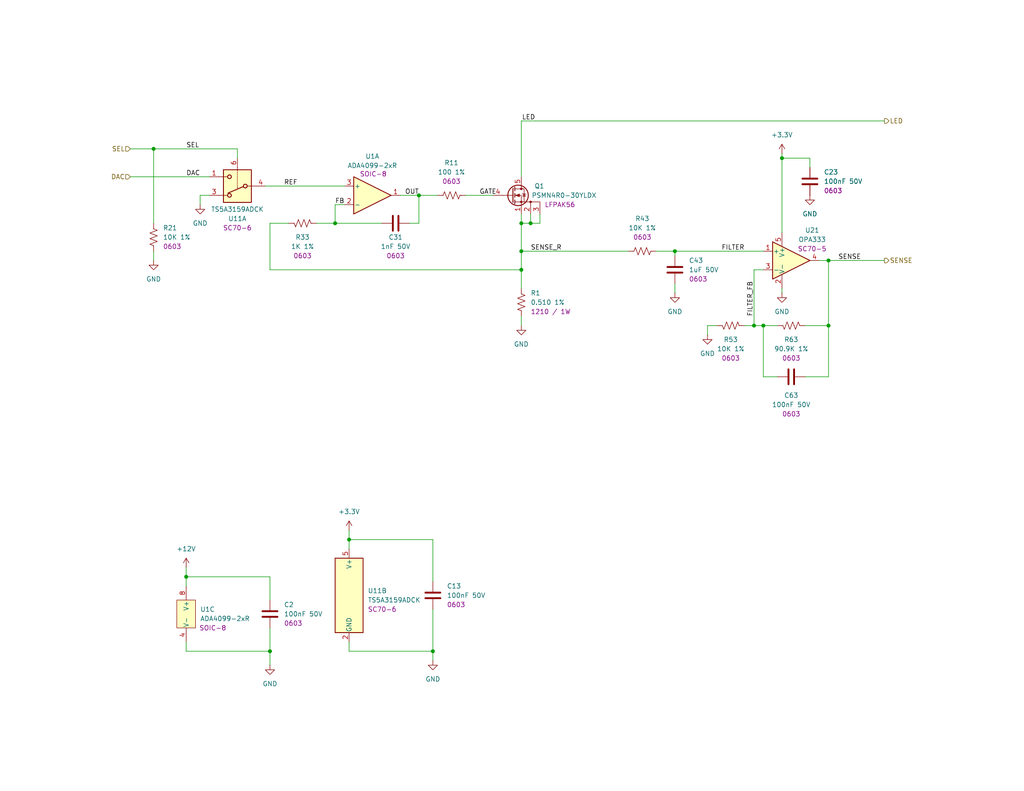
<source format=kicad_sch>
(kicad_sch
	(version 20250114)
	(generator "eeschema")
	(generator_version "9.0")
	(uuid "d95954a5-e306-4485-a8ed-bf4e368b2437")
	(paper "A")
	(title_block
		(title "PBM Driver 4 V2")
		(date "24-DEC-2025")
		(rev "A")
		(comment 1 "Part Number: PCB104 Rev A")
		(comment 4 "Copyright (c) 2025 John Vedder ")
		(comment 5 "MIT Licesnse")
	)
	(lib_symbols
		(symbol "$Local:+12V"
			(power)
			(pin_numbers
				(hide yes)
			)
			(pin_names
				(offset 0)
				(hide yes)
			)
			(exclude_from_sim no)
			(in_bom yes)
			(on_board yes)
			(property "Reference" "#PWR"
				(at 0 -3.81 0)
				(effects
					(font
						(size 1.27 1.27)
					)
					(hide yes)
				)
			)
			(property "Value" "+12V"
				(at 0 3.556 0)
				(effects
					(font
						(size 1.27 1.27)
					)
				)
			)
			(property "Footprint" ""
				(at 0 0 0)
				(effects
					(font
						(size 1.27 1.27)
					)
					(hide yes)
				)
			)
			(property "Datasheet" ""
				(at 0 0 0)
				(effects
					(font
						(size 1.27 1.27)
					)
					(hide yes)
				)
			)
			(property "Description" "Power symbol creates a global label with name \"+12V\""
				(at 0 0 0)
				(effects
					(font
						(size 1.27 1.27)
					)
					(hide yes)
				)
			)
			(property "ki_keywords" "global power"
				(at 0 0 0)
				(effects
					(font
						(size 1.27 1.27)
					)
					(hide yes)
				)
			)
			(symbol "+12V_0_1"
				(polyline
					(pts
						(xy -0.762 1.27) (xy 0 2.54)
					)
					(stroke
						(width 0)
						(type default)
					)
					(fill
						(type none)
					)
				)
				(polyline
					(pts
						(xy 0 2.54) (xy 0.762 1.27)
					)
					(stroke
						(width 0)
						(type default)
					)
					(fill
						(type none)
					)
				)
				(polyline
					(pts
						(xy 0 0) (xy 0 2.54)
					)
					(stroke
						(width 0)
						(type default)
					)
					(fill
						(type none)
					)
				)
			)
			(symbol "+12V_1_1"
				(pin power_in line
					(at 0 0 90)
					(length 0)
					(name "~"
						(effects
							(font
								(size 1.27 1.27)
							)
						)
					)
					(number "1"
						(effects
							(font
								(size 1.27 1.27)
							)
						)
					)
				)
			)
			(embedded_fonts no)
		)
		(symbol "$Local:+3.3V"
			(power)
			(pin_numbers
				(hide yes)
			)
			(pin_names
				(offset 0)
				(hide yes)
			)
			(exclude_from_sim no)
			(in_bom yes)
			(on_board yes)
			(property "Reference" "#PWR"
				(at 0 -3.81 0)
				(effects
					(font
						(size 1.27 1.27)
					)
					(hide yes)
				)
			)
			(property "Value" "+3.3V"
				(at 0 3.556 0)
				(effects
					(font
						(size 1.27 1.27)
					)
				)
			)
			(property "Footprint" ""
				(at 0 0 0)
				(effects
					(font
						(size 1.27 1.27)
					)
					(hide yes)
				)
			)
			(property "Datasheet" ""
				(at 0 0 0)
				(effects
					(font
						(size 1.27 1.27)
					)
					(hide yes)
				)
			)
			(property "Description" "Power symbol creates a global label with name \"+3.3V\""
				(at 0 0 0)
				(effects
					(font
						(size 1.27 1.27)
					)
					(hide yes)
				)
			)
			(property "ki_keywords" "global power"
				(at 0 0 0)
				(effects
					(font
						(size 1.27 1.27)
					)
					(hide yes)
				)
			)
			(symbol "+3.3V_0_1"
				(polyline
					(pts
						(xy -0.762 1.27) (xy 0 2.54)
					)
					(stroke
						(width 0)
						(type default)
					)
					(fill
						(type none)
					)
				)
				(polyline
					(pts
						(xy 0 2.54) (xy 0.762 1.27)
					)
					(stroke
						(width 0)
						(type default)
					)
					(fill
						(type none)
					)
				)
				(polyline
					(pts
						(xy 0 0) (xy 0 2.54)
					)
					(stroke
						(width 0)
						(type default)
					)
					(fill
						(type none)
					)
				)
			)
			(symbol "+3.3V_1_1"
				(pin power_in line
					(at 0 0 90)
					(length 0)
					(name "~"
						(effects
							(font
								(size 1.27 1.27)
							)
						)
					)
					(number "1"
						(effects
							(font
								(size 1.27 1.27)
							)
						)
					)
				)
			)
			(embedded_fonts no)
		)
		(symbol "$Local:ADA4099-2xR"
			(pin_names
				(offset 0.127)
			)
			(exclude_from_sim no)
			(in_bom yes)
			(on_board yes)
			(property "Reference" "U"
				(at 3.048 8.382 0)
				(effects
					(font
						(size 1.27 1.27)
					)
					(justify left)
				)
			)
			(property "Value" "ADA4099-2xR"
				(at 3.048 5.842 0)
				(effects
					(font
						(size 1.27 1.27)
					)
					(justify left)
				)
			)
			(property "Footprint" "$Local:SOIC-8_3.9x4.9mm_P1.27mm"
				(at 2.54 0 0)
				(effects
					(font
						(size 1.27 1.27)
					)
					(hide yes)
				)
			)
			(property "Datasheet" "https://www.analog.com/media/en/technical-documentation/data-sheets/ada4099-1_ada4099-2.pdf"
				(at 6.35 3.81 0)
				(effects
					(font
						(size 1.27 1.27)
					)
					(hide yes)
				)
			)
			(property "Description" "Dual OpAmp, 50V, 8MHz, RRIO, 1.5mA/Ch, 5.5V/uS, SOIC-8"
				(at 0 0 0)
				(effects
					(font
						(size 1.27 1.27)
					)
					(hide yes)
				)
			)
			(property "PN" "505-ADA4099-2BRZ-ND"
				(at 0 0 0)
				(effects
					(font
						(size 1.27 1.27)
					)
					(hide yes)
				)
			)
			(property "Package" "SOIC-8"
				(at 3.048 3.302 0)
				(effects
					(font
						(size 1.27 1.27)
					)
					(justify left)
				)
			)
			(property "ki_locked" ""
				(at 0 0 0)
				(effects
					(font
						(size 1.27 1.27)
					)
				)
			)
			(property "ki_keywords" "operational amplifier analog-devices high-voltage rrio"
				(at 0 0 0)
				(effects
					(font
						(size 1.27 1.27)
					)
					(hide yes)
				)
			)
			(property "ki_fp_filters" "SOIC*3.9x4.9mm*P1.27mm*"
				(at 0 0 0)
				(effects
					(font
						(size 1.27 1.27)
					)
					(hide yes)
				)
			)
			(symbol "ADA4099-2xR_1_1"
				(polyline
					(pts
						(xy 5.08 0) (xy -5.08 5.08) (xy -5.08 -5.08) (xy 5.08 0)
					)
					(stroke
						(width 0.254)
						(type default)
					)
					(fill
						(type background)
					)
				)
				(pin input line
					(at -7.62 2.54 0)
					(length 2.54)
					(name "+"
						(effects
							(font
								(size 1.27 1.27)
							)
						)
					)
					(number "3"
						(effects
							(font
								(size 1.27 1.27)
							)
						)
					)
				)
				(pin input line
					(at -7.62 -2.54 0)
					(length 2.54)
					(name "-"
						(effects
							(font
								(size 1.27 1.27)
							)
						)
					)
					(number "2"
						(effects
							(font
								(size 1.27 1.27)
							)
						)
					)
				)
				(pin output line
					(at 7.62 0 180)
					(length 2.54)
					(name "~"
						(effects
							(font
								(size 1.27 1.27)
							)
						)
					)
					(number "1"
						(effects
							(font
								(size 1.27 1.27)
							)
						)
					)
				)
			)
			(symbol "ADA4099-2xR_2_1"
				(polyline
					(pts
						(xy 5.08 0) (xy -5.08 5.08) (xy -5.08 -5.08) (xy 5.08 0)
					)
					(stroke
						(width 0.254)
						(type default)
					)
					(fill
						(type background)
					)
				)
				(pin input line
					(at -7.62 2.54 0)
					(length 2.54)
					(name "+"
						(effects
							(font
								(size 1.27 1.27)
							)
						)
					)
					(number "5"
						(effects
							(font
								(size 1.27 1.27)
							)
						)
					)
				)
				(pin input line
					(at -7.62 -2.54 0)
					(length 2.54)
					(name "-"
						(effects
							(font
								(size 1.27 1.27)
							)
						)
					)
					(number "6"
						(effects
							(font
								(size 1.27 1.27)
							)
						)
					)
				)
				(pin output line
					(at 7.62 0 180)
					(length 2.54)
					(name "~"
						(effects
							(font
								(size 1.27 1.27)
							)
						)
					)
					(number "7"
						(effects
							(font
								(size 1.27 1.27)
							)
						)
					)
				)
			)
			(symbol "ADA4099-2xR_3_1"
				(rectangle
					(start -2.54 3.81)
					(end 2.54 -3.81)
					(stroke
						(width 0)
						(type default)
					)
					(fill
						(type background)
					)
				)
				(pin power_in line
					(at 0 7.62 270)
					(length 3.81)
					(name "V+"
						(effects
							(font
								(size 1.27 1.27)
							)
						)
					)
					(number "8"
						(effects
							(font
								(size 1.27 1.27)
							)
						)
					)
				)
				(pin power_in line
					(at 0 -7.62 90)
					(length 3.81)
					(name "V-"
						(effects
							(font
								(size 1.27 1.27)
							)
						)
					)
					(number "4"
						(effects
							(font
								(size 1.27 1.27)
							)
						)
					)
				)
			)
			(embedded_fonts no)
		)
		(symbol "$Local:C_0603_100NF_50V"
			(pin_numbers
				(hide yes)
			)
			(pin_names
				(offset 0.254)
			)
			(exclude_from_sim no)
			(in_bom yes)
			(on_board yes)
			(property "Reference" "C"
				(at 3.81 1.2701 0)
				(effects
					(font
						(size 1.27 1.27)
					)
					(justify left)
				)
			)
			(property "Value" "100nF 50V"
				(at 3.81 -1.2699 0)
				(effects
					(font
						(size 1.27 1.27)
					)
					(justify left)
				)
			)
			(property "Footprint" "$Local:C_0603_1608Metric"
				(at 0.9652 -3.81 0)
				(effects
					(font
						(size 1.27 1.27)
					)
					(hide yes)
				)
			)
			(property "Datasheet" "~"
				(at 0 0 0)
				(effects
					(font
						(size 1.27 1.27)
					)
					(hide yes)
				)
			)
			(property "Description" "CAP CER 100nF 50V X7R 0603"
				(at 0 0 0)
				(effects
					(font
						(size 1.27 1.27)
					)
					(hide yes)
				)
			)
			(property "Size" "0603"
				(at 3.81 -3.81 0)
				(effects
					(font
						(size 1.27 1.27)
					)
					(justify left)
				)
			)
			(property "PN" "399-5089-1-ND "
				(at 0 0 0)
				(effects
					(font
						(size 1.27 1.27)
					)
					(hide yes)
				)
			)
			(property "ki_keywords" "cap capacitor"
				(at 0 0 0)
				(effects
					(font
						(size 1.27 1.27)
					)
					(hide yes)
				)
			)
			(property "ki_fp_filters" "C_*"
				(at 0 0 0)
				(effects
					(font
						(size 1.27 1.27)
					)
					(hide yes)
				)
			)
			(symbol "C_0603_100NF_50V_0_1"
				(polyline
					(pts
						(xy -2.032 0.762) (xy 2.032 0.762)
					)
					(stroke
						(width 0.508)
						(type default)
					)
					(fill
						(type none)
					)
				)
				(polyline
					(pts
						(xy -2.032 -0.762) (xy 2.032 -0.762)
					)
					(stroke
						(width 0.508)
						(type default)
					)
					(fill
						(type none)
					)
				)
			)
			(symbol "C_0603_100NF_50V_1_1"
				(pin passive line
					(at 0 3.81 270)
					(length 2.794)
					(name "~"
						(effects
							(font
								(size 1.27 1.27)
							)
						)
					)
					(number "1"
						(effects
							(font
								(size 1.27 1.27)
							)
						)
					)
				)
				(pin passive line
					(at 0 -3.81 90)
					(length 2.794)
					(name "~"
						(effects
							(font
								(size 1.27 1.27)
							)
						)
					)
					(number "2"
						(effects
							(font
								(size 1.27 1.27)
							)
						)
					)
				)
			)
			(embedded_fonts no)
		)
		(symbol "$Local:C_0603_1NF_50V"
			(pin_numbers
				(hide yes)
			)
			(pin_names
				(offset 0.254)
			)
			(exclude_from_sim no)
			(in_bom yes)
			(on_board yes)
			(property "Reference" "C"
				(at 3.81 1.2701 0)
				(effects
					(font
						(size 1.27 1.27)
					)
					(justify left)
				)
			)
			(property "Value" "1nF 50V"
				(at 3.81 -1.2699 0)
				(effects
					(font
						(size 1.27 1.27)
					)
					(justify left)
				)
			)
			(property "Footprint" "$Local:C_0603_1608Metric"
				(at 0.9652 -3.81 0)
				(effects
					(font
						(size 1.27 1.27)
					)
					(hide yes)
				)
			)
			(property "Datasheet" "~"
				(at 0 0 0)
				(effects
					(font
						(size 1.27 1.27)
					)
					(hide yes)
				)
			)
			(property "Description" "CAP CER 1nF 50V X7R 0603"
				(at 0 0 0)
				(effects
					(font
						(size 1.27 1.27)
					)
					(hide yes)
				)
			)
			(property "Size" "0603"
				(at 3.81 -3.81 0)
				(effects
					(font
						(size 1.27 1.27)
					)
					(justify left)
				)
			)
			(property "PN" "399-1082-1-ND "
				(at 0 0 0)
				(effects
					(font
						(size 1.27 1.27)
					)
					(hide yes)
				)
			)
			(property "ki_keywords" "cap capacitor"
				(at 0 0 0)
				(effects
					(font
						(size 1.27 1.27)
					)
					(hide yes)
				)
			)
			(property "ki_fp_filters" "C_*"
				(at 0 0 0)
				(effects
					(font
						(size 1.27 1.27)
					)
					(hide yes)
				)
			)
			(symbol "C_0603_1NF_50V_0_1"
				(polyline
					(pts
						(xy -2.032 0.762) (xy 2.032 0.762)
					)
					(stroke
						(width 0.508)
						(type default)
					)
					(fill
						(type none)
					)
				)
				(polyline
					(pts
						(xy -2.032 -0.762) (xy 2.032 -0.762)
					)
					(stroke
						(width 0.508)
						(type default)
					)
					(fill
						(type none)
					)
				)
			)
			(symbol "C_0603_1NF_50V_1_1"
				(pin passive line
					(at 0 3.81 270)
					(length 2.794)
					(name "~"
						(effects
							(font
								(size 1.27 1.27)
							)
						)
					)
					(number "1"
						(effects
							(font
								(size 1.27 1.27)
							)
						)
					)
				)
				(pin passive line
					(at 0 -3.81 90)
					(length 2.794)
					(name "~"
						(effects
							(font
								(size 1.27 1.27)
							)
						)
					)
					(number "2"
						(effects
							(font
								(size 1.27 1.27)
							)
						)
					)
				)
			)
			(embedded_fonts no)
		)
		(symbol "$Local:GND"
			(power)
			(pin_numbers
				(hide yes)
			)
			(pin_names
				(offset 0)
				(hide yes)
			)
			(exclude_from_sim no)
			(in_bom yes)
			(on_board yes)
			(property "Reference" "#PWR"
				(at 0 -6.35 0)
				(effects
					(font
						(size 1.27 1.27)
					)
					(hide yes)
				)
			)
			(property "Value" "GND"
				(at 0 -3.81 0)
				(effects
					(font
						(size 1.27 1.27)
					)
				)
			)
			(property "Footprint" ""
				(at 0 0 0)
				(effects
					(font
						(size 1.27 1.27)
					)
					(hide yes)
				)
			)
			(property "Datasheet" ""
				(at 0 0 0)
				(effects
					(font
						(size 1.27 1.27)
					)
					(hide yes)
				)
			)
			(property "Description" "Power symbol creates a global label with name \"GND\" , ground"
				(at 0 0 0)
				(effects
					(font
						(size 1.27 1.27)
					)
					(hide yes)
				)
			)
			(property "ki_keywords" "global power"
				(at 0 0 0)
				(effects
					(font
						(size 1.27 1.27)
					)
					(hide yes)
				)
			)
			(symbol "GND_0_1"
				(polyline
					(pts
						(xy 0 0) (xy 0 -1.27) (xy 1.27 -1.27) (xy 0 -2.54) (xy -1.27 -1.27) (xy 0 -1.27)
					)
					(stroke
						(width 0)
						(type default)
					)
					(fill
						(type none)
					)
				)
			)
			(symbol "GND_1_1"
				(pin power_in line
					(at 0 0 270)
					(length 0)
					(name "~"
						(effects
							(font
								(size 1.27 1.27)
							)
						)
					)
					(number "1"
						(effects
							(font
								(size 1.27 1.27)
							)
						)
					)
				)
			)
			(embedded_fonts no)
		)
		(symbol "$Local:OPA333"
			(pin_names
				(offset 0.127)
			)
			(exclude_from_sim no)
			(in_bom yes)
			(on_board yes)
			(property "Reference" "U"
				(at 0 5.08 0)
				(effects
					(font
						(size 1.27 1.27)
					)
					(justify left)
				)
			)
			(property "Value" "OPA333"
				(at 0 -5.08 0)
				(effects
					(font
						(size 1.27 1.27)
					)
					(justify left)
				)
			)
			(property "Footprint" ""
				(at 0 0 0)
				(effects
					(font
						(size 1.27 1.27)
					)
					(justify left)
					(hide yes)
				)
			)
			(property "Datasheet" "http://www.ti.com/lit/ds/symlink/lmv324.pdf"
				(at 0 0 0)
				(effects
					(font
						(size 1.27 1.27)
					)
					(hide yes)
				)
			)
			(property "Description" "Low-Voltage Rail-to-Rail Output Operational Amplifiers, SOT-23-5/SC-70-5"
				(at 0 0 0)
				(effects
					(font
						(size 1.27 1.27)
					)
					(hide yes)
				)
			)
			(property "ki_keywords" "single opamp"
				(at 0 0 0)
				(effects
					(font
						(size 1.27 1.27)
					)
					(hide yes)
				)
			)
			(property "ki_fp_filters" "SOT?23* *SC*70*"
				(at 0 0 0)
				(effects
					(font
						(size 1.27 1.27)
					)
					(hide yes)
				)
			)
			(symbol "OPA333_0_1"
				(polyline
					(pts
						(xy -5.08 5.08) (xy 5.08 0) (xy -5.08 -5.08) (xy -5.08 5.08)
					)
					(stroke
						(width 0.254)
						(type default)
					)
					(fill
						(type background)
					)
				)
				(pin power_in line
					(at -2.54 7.62 270)
					(length 3.81)
					(name "V+"
						(effects
							(font
								(size 1.27 1.27)
							)
						)
					)
					(number "5"
						(effects
							(font
								(size 1.27 1.27)
							)
						)
					)
				)
				(pin power_in line
					(at -2.54 -7.62 90)
					(length 3.81)
					(name "V-"
						(effects
							(font
								(size 1.27 1.27)
							)
						)
					)
					(number "2"
						(effects
							(font
								(size 1.27 1.27)
							)
						)
					)
				)
			)
			(symbol "OPA333_1_1"
				(pin input line
					(at -7.62 2.54 0)
					(length 2.54)
					(name "+"
						(effects
							(font
								(size 1.27 1.27)
							)
						)
					)
					(number "1"
						(effects
							(font
								(size 1.27 1.27)
							)
						)
					)
				)
				(pin input line
					(at -7.62 -2.54 0)
					(length 2.54)
					(name "-"
						(effects
							(font
								(size 1.27 1.27)
							)
						)
					)
					(number "3"
						(effects
							(font
								(size 1.27 1.27)
							)
						)
					)
				)
				(pin output line
					(at 7.62 0 180)
					(length 2.54)
					(name "~"
						(effects
							(font
								(size 1.27 1.27)
							)
						)
					)
					(number "4"
						(effects
							(font
								(size 1.27 1.27)
							)
						)
					)
				)
			)
			(embedded_fonts no)
		)
		(symbol "$Local:PSMN4R0-30YLDX"
			(pin_names
				(hide yes)
			)
			(exclude_from_sim no)
			(in_bom yes)
			(on_board yes)
			(property "Reference" "Q"
				(at 5.334 2.032 0)
				(effects
					(font
						(size 1.27 1.27)
					)
					(justify left)
				)
			)
			(property "Value" "PSMN4R0-30YLDX"
				(at 5.334 0 0)
				(effects
					(font
						(size 1.27 1.27)
					)
					(justify left)
				)
			)
			(property "Footprint" "$Local:LFPAK56"
				(at 5.08 -1.905 0)
				(effects
					(font
						(size 1.27 1.27)
						(italic yes)
					)
					(justify left)
					(hide yes)
				)
			)
			(property "Datasheet" ""
				(at 5.08 -3.81 0)
				(effects
					(font
						(size 1.27 1.27)
					)
					(justify left)
					(hide yes)
				)
			)
			(property "Description" "N-FET, 30V, 95A, 4mΩ, MOSFET, LFPAK56"
				(at 0 0 0)
				(effects
					(font
						(size 1.27 1.27)
					)
					(hide yes)
				)
			)
			(property "PN" "1727-1232-1-ND"
				(at 0 0 0)
				(effects
					(font
						(size 1.27 1.27)
					)
					(hide yes)
				)
			)
			(property "ki_keywords" "N-Channel MOSFET"
				(at 0 0 0)
				(effects
					(font
						(size 1.27 1.27)
					)
					(hide yes)
				)
			)
			(property "ki_fp_filters" "LFPAK56*"
				(at 0 0 0)
				(effects
					(font
						(size 1.27 1.27)
					)
					(hide yes)
				)
			)
			(symbol "PSMN4R0-30YLDX_0_1"
				(polyline
					(pts
						(xy 0.254 1.905) (xy 0.254 -1.905)
					)
					(stroke
						(width 0.254)
						(type default)
					)
					(fill
						(type none)
					)
				)
				(polyline
					(pts
						(xy 0.254 0) (xy -2.54 0)
					)
					(stroke
						(width 0)
						(type default)
					)
					(fill
						(type none)
					)
				)
				(polyline
					(pts
						(xy 0.762 2.286) (xy 0.762 1.27)
					)
					(stroke
						(width 0.254)
						(type default)
					)
					(fill
						(type none)
					)
				)
				(polyline
					(pts
						(xy 0.762 0.508) (xy 0.762 -0.508)
					)
					(stroke
						(width 0.254)
						(type default)
					)
					(fill
						(type none)
					)
				)
				(polyline
					(pts
						(xy 0.762 -1.27) (xy 0.762 -2.286)
					)
					(stroke
						(width 0.254)
						(type default)
					)
					(fill
						(type none)
					)
				)
				(polyline
					(pts
						(xy 0.762 -1.778) (xy 3.302 -1.778) (xy 3.302 1.778) (xy 0.762 1.778)
					)
					(stroke
						(width 0)
						(type default)
					)
					(fill
						(type none)
					)
				)
				(polyline
					(pts
						(xy 1.016 0) (xy 2.032 0.381) (xy 2.032 -0.381) (xy 1.016 0)
					)
					(stroke
						(width 0)
						(type default)
					)
					(fill
						(type outline)
					)
				)
				(circle
					(center 1.651 0)
					(radius 2.794)
					(stroke
						(width 0.254)
						(type default)
					)
					(fill
						(type none)
					)
				)
				(polyline
					(pts
						(xy 2.54 2.54) (xy 2.54 1.778)
					)
					(stroke
						(width 0)
						(type default)
					)
					(fill
						(type none)
					)
				)
				(circle
					(center 2.54 1.778)
					(radius 0.254)
					(stroke
						(width 0)
						(type default)
					)
					(fill
						(type outline)
					)
				)
				(circle
					(center 2.54 -1.778)
					(radius 0.254)
					(stroke
						(width 0)
						(type default)
					)
					(fill
						(type outline)
					)
				)
				(polyline
					(pts
						(xy 2.54 -2.54) (xy 2.54 0) (xy 0.762 0)
					)
					(stroke
						(width 0)
						(type default)
					)
					(fill
						(type none)
					)
				)
				(polyline
					(pts
						(xy 2.794 0.508) (xy 2.921 0.381) (xy 3.683 0.381) (xy 3.81 0.254)
					)
					(stroke
						(width 0)
						(type default)
					)
					(fill
						(type none)
					)
				)
				(polyline
					(pts
						(xy 3.302 0.381) (xy 2.921 -0.254) (xy 3.683 -0.254) (xy 3.302 0.381)
					)
					(stroke
						(width 0)
						(type default)
					)
					(fill
						(type none)
					)
				)
				(polyline
					(pts
						(xy 3.302 -1.778) (xy 7.62 -1.778) (xy 7.62 -2.54)
					)
					(stroke
						(width 0)
						(type default)
					)
					(fill
						(type none)
					)
				)
				(circle
					(center 5.08 -1.778)
					(radius 0.254)
					(stroke
						(width 0)
						(type default)
					)
					(fill
						(type outline)
					)
				)
				(polyline
					(pts
						(xy 5.08 -2.54) (xy 5.08 -1.778)
					)
					(stroke
						(width 0)
						(type default)
					)
					(fill
						(type none)
					)
				)
			)
			(symbol "PSMN4R0-30YLDX_1_1"
				(pin passive line
					(at -5.08 0 0)
					(length 2.54)
					(name "G"
						(effects
							(font
								(size 1.27 1.27)
							)
						)
					)
					(number "4"
						(effects
							(font
								(size 1.27 1.27)
							)
						)
					)
				)
				(pin passive line
					(at 2.54 5.08 270)
					(length 2.54)
					(name "D"
						(effects
							(font
								(size 1.27 1.27)
							)
						)
					)
					(number "5"
						(effects
							(font
								(size 1.27 1.27)
							)
						)
					)
				)
				(pin passive line
					(at 2.54 -5.08 90)
					(length 2.54)
					(name "S"
						(effects
							(font
								(size 1.27 1.27)
							)
						)
					)
					(number "1"
						(effects
							(font
								(size 1.27 1.27)
							)
						)
					)
				)
				(pin passive line
					(at 5.08 -5.08 90)
					(length 2.54)
					(name "S"
						(effects
							(font
								(size 1.27 1.27)
							)
						)
					)
					(number "2"
						(effects
							(font
								(size 1.27 1.27)
							)
						)
					)
				)
				(pin passive line
					(at 7.62 -5.08 90)
					(length 2.54)
					(name "S"
						(effects
							(font
								(size 1.27 1.27)
							)
						)
					)
					(number "3"
						(effects
							(font
								(size 1.27 1.27)
							)
						)
					)
				)
			)
			(embedded_fonts no)
		)
		(symbol "$Local:R_0603_100"
			(pin_numbers
				(hide yes)
			)
			(pin_names
				(offset 0)
			)
			(exclude_from_sim no)
			(in_bom yes)
			(on_board yes)
			(property "Reference" "R"
				(at 2.54 0 90)
				(effects
					(font
						(size 1.27 1.27)
					)
				)
			)
			(property "Value" "100 1%"
				(at -5.08 0 90)
				(effects
					(font
						(size 1.27 1.27)
					)
				)
			)
			(property "Footprint" "$Local:R_0603_1608Metric"
				(at 1.016 -0.254 90)
				(effects
					(font
						(size 1.27 1.27)
					)
					(hide yes)
				)
			)
			(property "Datasheet" "~"
				(at 0 0 0)
				(effects
					(font
						(size 1.27 1.27)
					)
					(hide yes)
				)
			)
			(property "Description" "RES SMD 100 OHM 1% 1/10W 0603"
				(at 0 0 0)
				(effects
					(font
						(size 1.27 1.27)
					)
					(hide yes)
				)
			)
			(property "Size" "0603"
				(at -2.54 0 90)
				(effects
					(font
						(size 1.27 1.27)
					)
				)
			)
			(property "PN" ""
				(at 0 0 0)
				(effects
					(font
						(size 1.27 1.27)
					)
					(hide yes)
				)
			)
			(property "ki_keywords" "R res resistor"
				(at 0 0 0)
				(effects
					(font
						(size 1.27 1.27)
					)
					(hide yes)
				)
			)
			(property "ki_fp_filters" "R_*"
				(at 0 0 0)
				(effects
					(font
						(size 1.27 1.27)
					)
					(hide yes)
				)
			)
			(symbol "R_0603_100_0_1"
				(polyline
					(pts
						(xy 0 2.286) (xy 0 2.54)
					)
					(stroke
						(width 0)
						(type default)
					)
					(fill
						(type none)
					)
				)
				(polyline
					(pts
						(xy 0 2.286) (xy 1.016 1.905) (xy 0 1.524) (xy -1.016 1.143) (xy 0 0.762)
					)
					(stroke
						(width 0)
						(type default)
					)
					(fill
						(type none)
					)
				)
				(polyline
					(pts
						(xy 0 0.762) (xy 1.016 0.381) (xy 0 0) (xy -1.016 -0.381) (xy 0 -0.762)
					)
					(stroke
						(width 0)
						(type default)
					)
					(fill
						(type none)
					)
				)
				(polyline
					(pts
						(xy 0 -0.762) (xy 1.016 -1.143) (xy 0 -1.524) (xy -1.016 -1.905) (xy 0 -2.286)
					)
					(stroke
						(width 0)
						(type default)
					)
					(fill
						(type none)
					)
				)
				(polyline
					(pts
						(xy 0 -2.286) (xy 0 -2.54)
					)
					(stroke
						(width 0)
						(type default)
					)
					(fill
						(type none)
					)
				)
			)
			(symbol "R_0603_100_1_1"
				(pin passive line
					(at 0 3.81 270)
					(length 1.27)
					(name "~"
						(effects
							(font
								(size 1.27 1.27)
							)
						)
					)
					(number "1"
						(effects
							(font
								(size 1.27 1.27)
							)
						)
					)
				)
				(pin passive line
					(at 0 -3.81 90)
					(length 1.27)
					(name "~"
						(effects
							(font
								(size 1.27 1.27)
							)
						)
					)
					(number "2"
						(effects
							(font
								(size 1.27 1.27)
							)
						)
					)
				)
			)
			(embedded_fonts no)
		)
		(symbol "$Local:R_0603_10K"
			(pin_numbers
				(hide yes)
			)
			(pin_names
				(offset 0)
			)
			(exclude_from_sim no)
			(in_bom yes)
			(on_board yes)
			(property "Reference" "R"
				(at 2.54 0 90)
				(effects
					(font
						(size 1.27 1.27)
					)
				)
			)
			(property "Value" "10K 1%"
				(at -5.08 0 90)
				(effects
					(font
						(size 1.27 1.27)
					)
				)
			)
			(property "Footprint" "$Local:R_0603_1608Metric"
				(at 1.016 -0.254 90)
				(effects
					(font
						(size 1.27 1.27)
					)
					(hide yes)
				)
			)
			(property "Datasheet" "~"
				(at 0 0 0)
				(effects
					(font
						(size 1.27 1.27)
					)
					(hide yes)
				)
			)
			(property "Description" "RES SMD 10K OHM 1% 1/10W 0603"
				(at 0 0 0)
				(effects
					(font
						(size 1.27 1.27)
					)
					(hide yes)
				)
			)
			(property "Size" "0603"
				(at -2.54 0 90)
				(effects
					(font
						(size 1.27 1.27)
					)
				)
			)
			(property "PN" ""
				(at 0 0 0)
				(effects
					(font
						(size 1.27 1.27)
					)
					(hide yes)
				)
			)
			(property "ki_keywords" "R res resistor"
				(at 0 0 0)
				(effects
					(font
						(size 1.27 1.27)
					)
					(hide yes)
				)
			)
			(property "ki_fp_filters" "R_*"
				(at 0 0 0)
				(effects
					(font
						(size 1.27 1.27)
					)
					(hide yes)
				)
			)
			(symbol "R_0603_10K_0_1"
				(polyline
					(pts
						(xy 0 2.286) (xy 0 2.54)
					)
					(stroke
						(width 0)
						(type default)
					)
					(fill
						(type none)
					)
				)
				(polyline
					(pts
						(xy 0 2.286) (xy 1.016 1.905) (xy 0 1.524) (xy -1.016 1.143) (xy 0 0.762)
					)
					(stroke
						(width 0)
						(type default)
					)
					(fill
						(type none)
					)
				)
				(polyline
					(pts
						(xy 0 0.762) (xy 1.016 0.381) (xy 0 0) (xy -1.016 -0.381) (xy 0 -0.762)
					)
					(stroke
						(width 0)
						(type default)
					)
					(fill
						(type none)
					)
				)
				(polyline
					(pts
						(xy 0 -0.762) (xy 1.016 -1.143) (xy 0 -1.524) (xy -1.016 -1.905) (xy 0 -2.286)
					)
					(stroke
						(width 0)
						(type default)
					)
					(fill
						(type none)
					)
				)
				(polyline
					(pts
						(xy 0 -2.286) (xy 0 -2.54)
					)
					(stroke
						(width 0)
						(type default)
					)
					(fill
						(type none)
					)
				)
			)
			(symbol "R_0603_10K_1_1"
				(pin passive line
					(at 0 3.81 270)
					(length 1.27)
					(name "~"
						(effects
							(font
								(size 1.27 1.27)
							)
						)
					)
					(number "1"
						(effects
							(font
								(size 1.27 1.27)
							)
						)
					)
				)
				(pin passive line
					(at 0 -3.81 90)
					(length 1.27)
					(name "~"
						(effects
							(font
								(size 1.27 1.27)
							)
						)
					)
					(number "2"
						(effects
							(font
								(size 1.27 1.27)
							)
						)
					)
				)
			)
			(embedded_fonts no)
		)
		(symbol "$Local:R_0603_1K"
			(pin_numbers
				(hide yes)
			)
			(pin_names
				(offset 0)
			)
			(exclude_from_sim no)
			(in_bom yes)
			(on_board yes)
			(property "Reference" "R"
				(at 2.54 0 90)
				(effects
					(font
						(size 1.27 1.27)
					)
				)
			)
			(property "Value" "1K 1%"
				(at -5.08 0 90)
				(effects
					(font
						(size 1.27 1.27)
					)
				)
			)
			(property "Footprint" "$Local:R_0603_1608Metric"
				(at 1.016 -0.254 90)
				(effects
					(font
						(size 1.27 1.27)
					)
					(hide yes)
				)
			)
			(property "Datasheet" "~"
				(at 0 0 0)
				(effects
					(font
						(size 1.27 1.27)
					)
					(hide yes)
				)
			)
			(property "Description" "RES SMD 1K OHM 1% 1/10W 0603"
				(at 0 0 0)
				(effects
					(font
						(size 1.27 1.27)
					)
					(hide yes)
				)
			)
			(property "Size" "0603"
				(at -2.54 0 90)
				(effects
					(font
						(size 1.27 1.27)
					)
				)
			)
			(property "PN" ""
				(at 0 0 0)
				(effects
					(font
						(size 1.27 1.27)
					)
					(hide yes)
				)
			)
			(property "ki_keywords" "R res resistor"
				(at 0 0 0)
				(effects
					(font
						(size 1.27 1.27)
					)
					(hide yes)
				)
			)
			(property "ki_fp_filters" "R_*"
				(at 0 0 0)
				(effects
					(font
						(size 1.27 1.27)
					)
					(hide yes)
				)
			)
			(symbol "R_0603_1K_0_1"
				(polyline
					(pts
						(xy 0 2.286) (xy 0 2.54)
					)
					(stroke
						(width 0)
						(type default)
					)
					(fill
						(type none)
					)
				)
				(polyline
					(pts
						(xy 0 2.286) (xy 1.016 1.905) (xy 0 1.524) (xy -1.016 1.143) (xy 0 0.762)
					)
					(stroke
						(width 0)
						(type default)
					)
					(fill
						(type none)
					)
				)
				(polyline
					(pts
						(xy 0 0.762) (xy 1.016 0.381) (xy 0 0) (xy -1.016 -0.381) (xy 0 -0.762)
					)
					(stroke
						(width 0)
						(type default)
					)
					(fill
						(type none)
					)
				)
				(polyline
					(pts
						(xy 0 -0.762) (xy 1.016 -1.143) (xy 0 -1.524) (xy -1.016 -1.905) (xy 0 -2.286)
					)
					(stroke
						(width 0)
						(type default)
					)
					(fill
						(type none)
					)
				)
				(polyline
					(pts
						(xy 0 -2.286) (xy 0 -2.54)
					)
					(stroke
						(width 0)
						(type default)
					)
					(fill
						(type none)
					)
				)
			)
			(symbol "R_0603_1K_1_1"
				(pin passive line
					(at 0 3.81 270)
					(length 1.27)
					(name "~"
						(effects
							(font
								(size 1.27 1.27)
							)
						)
					)
					(number "1"
						(effects
							(font
								(size 1.27 1.27)
							)
						)
					)
				)
				(pin passive line
					(at 0 -3.81 90)
					(length 1.27)
					(name "~"
						(effects
							(font
								(size 1.27 1.27)
							)
						)
					)
					(number "2"
						(effects
							(font
								(size 1.27 1.27)
							)
						)
					)
				)
			)
			(embedded_fonts no)
		)
		(symbol "$Local:R_1210_R51"
			(pin_numbers
				(hide yes)
			)
			(pin_names
				(offset 0)
			)
			(exclude_from_sim no)
			(in_bom yes)
			(on_board yes)
			(property "Reference" "R"
				(at 2.54 0 90)
				(effects
					(font
						(size 1.27 1.27)
					)
				)
			)
			(property "Value" "0.510 1%"
				(at -5.08 0 90)
				(effects
					(font
						(size 1.27 1.27)
					)
				)
			)
			(property "Footprint" "$Local:R_1210_3225Metric_Pad1.30x2.65mm_HandSolder"
				(at 1.016 -0.254 90)
				(effects
					(font
						(size 1.27 1.27)
					)
					(hide yes)
				)
			)
			(property "Datasheet" "~"
				(at 0 0 0)
				(effects
					(font
						(size 1.27 1.27)
					)
					(hide yes)
				)
			)
			(property "Description" "RES 0.51 OHM 1% 1W 1210"
				(at 0 0 0)
				(effects
					(font
						(size 1.27 1.27)
					)
					(hide yes)
				)
			)
			(property "Size" "1210 / 1W"
				(at -2.54 0 90)
				(effects
					(font
						(size 1.27 1.27)
					)
				)
			)
			(property "PN" "RCWE.51FCT-ND"
				(at 0 0 0)
				(effects
					(font
						(size 1.27 1.27)
					)
					(hide yes)
				)
			)
			(property "ki_keywords" "R res resistor"
				(at 0 0 0)
				(effects
					(font
						(size 1.27 1.27)
					)
					(hide yes)
				)
			)
			(property "ki_fp_filters" "R_*"
				(at 0 0 0)
				(effects
					(font
						(size 1.27 1.27)
					)
					(hide yes)
				)
			)
			(symbol "R_1210_R51_0_1"
				(polyline
					(pts
						(xy 0 2.286) (xy 0 2.54)
					)
					(stroke
						(width 0)
						(type default)
					)
					(fill
						(type none)
					)
				)
				(polyline
					(pts
						(xy 0 2.286) (xy 1.016 1.905) (xy 0 1.524) (xy -1.016 1.143) (xy 0 0.762)
					)
					(stroke
						(width 0)
						(type default)
					)
					(fill
						(type none)
					)
				)
				(polyline
					(pts
						(xy 0 0.762) (xy 1.016 0.381) (xy 0 0) (xy -1.016 -0.381) (xy 0 -0.762)
					)
					(stroke
						(width 0)
						(type default)
					)
					(fill
						(type none)
					)
				)
				(polyline
					(pts
						(xy 0 -0.762) (xy 1.016 -1.143) (xy 0 -1.524) (xy -1.016 -1.905) (xy 0 -2.286)
					)
					(stroke
						(width 0)
						(type default)
					)
					(fill
						(type none)
					)
				)
				(polyline
					(pts
						(xy 0 -2.286) (xy 0 -2.54)
					)
					(stroke
						(width 0)
						(type default)
					)
					(fill
						(type none)
					)
				)
			)
			(symbol "R_1210_R51_1_1"
				(pin passive line
					(at 0 3.81 270)
					(length 1.27)
					(name "~"
						(effects
							(font
								(size 1.27 1.27)
							)
						)
					)
					(number "1"
						(effects
							(font
								(size 1.27 1.27)
							)
						)
					)
				)
				(pin passive line
					(at 0 -3.81 90)
					(length 1.27)
					(name "~"
						(effects
							(font
								(size 1.27 1.27)
							)
						)
					)
					(number "2"
						(effects
							(font
								(size 1.27 1.27)
							)
						)
					)
				)
			)
			(embedded_fonts no)
		)
		(symbol "$Local:TS5A3159ADCK"
			(pin_names
				(offset 0.127)
			)
			(exclude_from_sim no)
			(in_bom yes)
			(on_board yes)
			(property "Reference" "U"
				(at -3.175 7.239 0)
				(effects
					(font
						(size 1.27 1.27)
					)
					(justify left)
				)
			)
			(property "Value" "TS5A3159ADCK"
				(at -3.175 5.461 0)
				(effects
					(font
						(size 1.27 1.27)
					)
					(justify left)
				)
			)
			(property "Footprint" "$Local:SOT-363_SC-70-6"
				(at 1.27 -14.605 0)
				(effects
					(font
						(size 1.27 1.27)
					)
					(justify left)
					(hide yes)
				)
			)
			(property "Datasheet" "http://www.ti.com/lit/ds/symlink/ts5a3159a.pdf"
				(at 1.27 -12.065 0)
				(effects
					(font
						(size 1.27 1.27)
					)
					(justify left)
					(hide yes)
				)
			)
			(property "Description" "Single SPDT Analog Switch, 1.65-V to 5.5-V Single-Supply Operation, 1-Ohm Ron, SC-70-6"
				(at 0 0 0)
				(effects
					(font
						(size 1.27 1.27)
					)
					(hide yes)
				)
			)
			(property "Digikey" "296-21188-1-ND"
				(at 0 0 0)
				(effects
					(font
						(size 1.27 1.27)
					)
					(hide yes)
				)
			)
			(property "ki_keywords" "Analog Switch"
				(at 0 0 0)
				(effects
					(font
						(size 1.27 1.27)
					)
					(hide yes)
				)
			)
			(property "ki_fp_filters" "*SC?70*"
				(at 0 0 0)
				(effects
					(font
						(size 1.27 1.27)
					)
					(hide yes)
				)
			)
			(symbol "TS5A3159ADCK_1_1"
				(polyline
					(pts
						(xy -5.08 0) (xy -2.794 0)
					)
					(stroke
						(width 0)
						(type default)
					)
					(fill
						(type none)
					)
				)
				(rectangle
					(start -3.81 4.445)
					(end 3.81 -4.445)
					(stroke
						(width 0.254)
						(type default)
					)
					(fill
						(type background)
					)
				)
				(circle
					(center -2.159 0)
					(radius 0.508)
					(stroke
						(width 0.254)
						(type default)
					)
					(fill
						(type none)
					)
				)
				(polyline
					(pts
						(xy -1.651 0.127) (xy 2.54 1.905)
					)
					(stroke
						(width 0.254)
						(type default)
					)
					(fill
						(type none)
					)
				)
				(polyline
					(pts
						(xy 0 0.254) (xy 0 0.508)
					)
					(stroke
						(width 0)
						(type default)
					)
					(fill
						(type none)
					)
				)
				(polyline
					(pts
						(xy 0 0.254) (xy 0 0.508)
					)
					(stroke
						(width 0)
						(type default)
					)
					(fill
						(type none)
					)
				)
				(polyline
					(pts
						(xy 0 -0.254) (xy 0 0)
					)
					(stroke
						(width 0)
						(type default)
					)
					(fill
						(type none)
					)
				)
				(polyline
					(pts
						(xy 0 -0.762) (xy 0 -0.508)
					)
					(stroke
						(width 0)
						(type default)
					)
					(fill
						(type none)
					)
				)
				(polyline
					(pts
						(xy 0 -1.27) (xy 0 -1.016)
					)
					(stroke
						(width 0)
						(type default)
					)
					(fill
						(type none)
					)
				)
				(polyline
					(pts
						(xy 0 -1.778) (xy 0 -1.524)
					)
					(stroke
						(width 0)
						(type default)
					)
					(fill
						(type none)
					)
				)
				(polyline
					(pts
						(xy 0 -2.286) (xy 0 -2.032)
					)
					(stroke
						(width 0)
						(type default)
					)
					(fill
						(type none)
					)
				)
				(polyline
					(pts
						(xy 0 -2.794) (xy 0 -2.54)
					)
					(stroke
						(width 0)
						(type default)
					)
					(fill
						(type none)
					)
				)
				(polyline
					(pts
						(xy 0 -3.302) (xy 0 -3.048)
					)
					(stroke
						(width 0)
						(type default)
					)
					(fill
						(type none)
					)
				)
				(polyline
					(pts
						(xy 0 -3.81) (xy 0 -3.556)
					)
					(stroke
						(width 0)
						(type default)
					)
					(fill
						(type none)
					)
				)
				(polyline
					(pts
						(xy 0 -4.318) (xy 0 -4.064)
					)
					(stroke
						(width 0)
						(type default)
					)
					(fill
						(type none)
					)
				)
				(polyline
					(pts
						(xy 0 -5.08) (xy 0 -4.572)
					)
					(stroke
						(width 0)
						(type default)
					)
					(fill
						(type none)
					)
				)
				(circle
					(center 2.159 2.54)
					(radius 0.508)
					(stroke
						(width 0.254)
						(type default)
					)
					(fill
						(type none)
					)
				)
				(circle
					(center 2.159 -2.54)
					(radius 0.508)
					(stroke
						(width 0.254)
						(type default)
					)
					(fill
						(type none)
					)
				)
				(polyline
					(pts
						(xy 5.08 2.54) (xy 2.794 2.54)
					)
					(stroke
						(width 0)
						(type default)
					)
					(fill
						(type none)
					)
				)
				(polyline
					(pts
						(xy 5.08 -2.54) (xy 2.794 -2.54)
					)
					(stroke
						(width 0)
						(type default)
					)
					(fill
						(type none)
					)
				)
				(pin passive line
					(at -7.62 0 0)
					(length 2.54)
					(name "~"
						(effects
							(font
								(size 1.27 1.27)
							)
						)
					)
					(number "4"
						(effects
							(font
								(size 1.27 1.27)
							)
						)
					)
				)
				(pin input line
					(at 0 -7.62 90)
					(length 2.54)
					(name "~"
						(effects
							(font
								(size 1.27 1.27)
							)
						)
					)
					(number "6"
						(effects
							(font
								(size 1.27 1.27)
							)
						)
					)
				)
				(pin passive line
					(at 7.62 2.54 180)
					(length 2.54)
					(name "~"
						(effects
							(font
								(size 1.27 1.27)
							)
						)
					)
					(number "3"
						(effects
							(font
								(size 1.27 1.27)
							)
						)
					)
				)
				(pin passive line
					(at 7.62 -2.54 180)
					(length 2.54)
					(name "~"
						(effects
							(font
								(size 1.27 1.27)
							)
						)
					)
					(number "1"
						(effects
							(font
								(size 1.27 1.27)
							)
						)
					)
				)
			)
			(symbol "TS5A3159ADCK_2_0"
				(pin power_in line
					(at 0 12.7 270)
					(length 2.54)
					(name "V+"
						(effects
							(font
								(size 1.27 1.27)
							)
						)
					)
					(number "5"
						(effects
							(font
								(size 1.27 1.27)
							)
						)
					)
				)
				(pin power_in line
					(at 0 -12.7 90)
					(length 2.54)
					(name "GND"
						(effects
							(font
								(size 1.27 1.27)
							)
						)
					)
					(number "2"
						(effects
							(font
								(size 1.27 1.27)
							)
						)
					)
				)
			)
			(symbol "TS5A3159ADCK_2_1"
				(rectangle
					(start -3.81 10.16)
					(end 3.81 -10.16)
					(stroke
						(width 0.254)
						(type default)
					)
					(fill
						(type background)
					)
				)
			)
			(embedded_fonts no)
		)
	)
	(junction
		(at 208.28 88.9)
		(diameter 0)
		(color 0 0 0 0)
		(uuid "01631890-c415-4324-b278-08c135e4d3ee")
	)
	(junction
		(at 213.36 43.18)
		(diameter 0)
		(color 0 0 0 0)
		(uuid "13ef8d04-f294-44de-8503-51f66c7ae030")
	)
	(junction
		(at 142.24 68.58)
		(diameter 0)
		(color 0 0 0 0)
		(uuid "2a292fe3-8924-4032-906e-d58b0c7c3b30")
	)
	(junction
		(at 144.78 60.96)
		(diameter 0)
		(color 0 0 0 0)
		(uuid "39f478c8-bb72-4bd4-a486-425ff352a757")
	)
	(junction
		(at 226.06 88.9)
		(diameter 0)
		(color 0 0 0 0)
		(uuid "3a39b17f-2d35-4232-ab5a-43dfb4a4a4ad")
	)
	(junction
		(at 41.91 40.64)
		(diameter 0)
		(color 0 0 0 0)
		(uuid "3f6257fc-3035-43b8-a484-d7c7930421a0")
	)
	(junction
		(at 184.15 68.58)
		(diameter 0)
		(color 0 0 0 0)
		(uuid "466fbeb5-7c68-42e9-87dd-7da666be4621")
	)
	(junction
		(at 118.11 177.8)
		(diameter 0)
		(color 0 0 0 0)
		(uuid "6692a59d-68bf-468c-938d-1373b4a346f9")
	)
	(junction
		(at 114.3 53.34)
		(diameter 0)
		(color 0 0 0 0)
		(uuid "77ee77c6-51ee-41ef-aa6c-c83a654bb493")
	)
	(junction
		(at 142.24 60.96)
		(diameter 0)
		(color 0 0 0 0)
		(uuid "84d79a18-f4b4-4096-a52e-546b79059bc3")
	)
	(junction
		(at 205.74 88.9)
		(diameter 0)
		(color 0 0 0 0)
		(uuid "8517874a-8e8c-4da7-aa2b-eb0d498cdd0e")
	)
	(junction
		(at 95.25 147.32)
		(diameter 0)
		(color 0 0 0 0)
		(uuid "b83b0d3f-0e30-4100-9585-f30d2b3c9690")
	)
	(junction
		(at 226.06 71.12)
		(diameter 0)
		(color 0 0 0 0)
		(uuid "ca72e041-1823-4899-ba59-516cba1401b0")
	)
	(junction
		(at 91.44 60.96)
		(diameter 0)
		(color 0 0 0 0)
		(uuid "d414c525-a662-4a12-9912-54a80d534a2e")
	)
	(junction
		(at 50.8 157.48)
		(diameter 0)
		(color 0 0 0 0)
		(uuid "d7092b5e-a8d7-4433-ae2f-fe13104ca023")
	)
	(junction
		(at 73.66 177.8)
		(diameter 0)
		(color 0 0 0 0)
		(uuid "da4c845d-0948-4e75-881f-a23403dc9b15")
	)
	(junction
		(at 142.24 73.66)
		(diameter 0)
		(color 0 0 0 0)
		(uuid "f01dffe8-144f-4783-a398-f6c3b77a9900")
	)
	(wire
		(pts
			(xy 73.66 60.96) (xy 73.66 73.66)
		)
		(stroke
			(width 0)
			(type default)
		)
		(uuid "0256b3e2-f3eb-4b51-9d5a-e70dc4388456")
	)
	(wire
		(pts
			(xy 208.28 88.9) (xy 212.09 88.9)
		)
		(stroke
			(width 0)
			(type default)
		)
		(uuid "0513573f-9539-4a92-be36-5914f0e8dfef")
	)
	(wire
		(pts
			(xy 118.11 177.8) (xy 95.25 177.8)
		)
		(stroke
			(width 0)
			(type default)
		)
		(uuid "09887215-2637-4435-93a3-19d84d5fab85")
	)
	(wire
		(pts
			(xy 203.2 88.9) (xy 205.74 88.9)
		)
		(stroke
			(width 0)
			(type default)
		)
		(uuid "0ccc991c-9b78-47f5-b7c7-9c0f77e74fac")
	)
	(wire
		(pts
			(xy 35.56 40.64) (xy 41.91 40.64)
		)
		(stroke
			(width 0)
			(type default)
		)
		(uuid "15f4080d-724a-4bfe-9ce0-9c8d9941736c")
	)
	(wire
		(pts
			(xy 212.09 102.87) (xy 208.28 102.87)
		)
		(stroke
			(width 0)
			(type default)
		)
		(uuid "19c987b2-256d-47e8-8fda-55aa94392b0c")
	)
	(wire
		(pts
			(xy 35.56 48.26) (xy 57.15 48.26)
		)
		(stroke
			(width 0)
			(type default)
		)
		(uuid "1d9fe934-d932-4351-90d6-5cada2513a4b")
	)
	(wire
		(pts
			(xy 50.8 175.26) (xy 50.8 177.8)
		)
		(stroke
			(width 0)
			(type default)
		)
		(uuid "1ef4a5be-4e39-4fae-9810-16b370b0270c")
	)
	(wire
		(pts
			(xy 142.24 48.26) (xy 142.24 33.02)
		)
		(stroke
			(width 0)
			(type default)
		)
		(uuid "21bc746c-9991-4ea7-808b-02d241240750")
	)
	(wire
		(pts
			(xy 193.04 88.9) (xy 193.04 91.44)
		)
		(stroke
			(width 0)
			(type default)
		)
		(uuid "22384953-cc35-4bf2-b445-6afa1a06f709")
	)
	(wire
		(pts
			(xy 109.22 53.34) (xy 114.3 53.34)
		)
		(stroke
			(width 0)
			(type default)
		)
		(uuid "2402d209-b354-4a4a-9782-dc9b2d33bb94")
	)
	(wire
		(pts
			(xy 213.36 43.18) (xy 213.36 63.5)
		)
		(stroke
			(width 0)
			(type default)
		)
		(uuid "24f18fce-389b-4880-8043-603c07696fdf")
	)
	(wire
		(pts
			(xy 73.66 73.66) (xy 142.24 73.66)
		)
		(stroke
			(width 0)
			(type default)
		)
		(uuid "2e3486a0-2eea-4a4b-a850-9e33e9f15aa9")
	)
	(wire
		(pts
			(xy 179.07 68.58) (xy 184.15 68.58)
		)
		(stroke
			(width 0)
			(type default)
		)
		(uuid "304e2607-a4a3-49de-a881-04e96d056d17")
	)
	(wire
		(pts
			(xy 50.8 157.48) (xy 73.66 157.48)
		)
		(stroke
			(width 0)
			(type default)
		)
		(uuid "35fd4203-720a-44c1-ba6d-3d6e36df27a5")
	)
	(wire
		(pts
			(xy 54.61 53.34) (xy 57.15 53.34)
		)
		(stroke
			(width 0)
			(type default)
		)
		(uuid "36b61883-7306-4546-a71d-86a9cb5c9f39")
	)
	(wire
		(pts
			(xy 114.3 53.34) (xy 114.3 60.96)
		)
		(stroke
			(width 0)
			(type default)
		)
		(uuid "37e93edb-74c6-4067-966f-f68628dfda37")
	)
	(wire
		(pts
			(xy 95.25 144.78) (xy 95.25 147.32)
		)
		(stroke
			(width 0)
			(type default)
		)
		(uuid "397d559f-823b-4a3f-b4a7-765352f1a778")
	)
	(wire
		(pts
			(xy 226.06 71.12) (xy 226.06 88.9)
		)
		(stroke
			(width 0)
			(type default)
		)
		(uuid "39cea288-8ed6-4ab6-95f8-75038516c58d")
	)
	(wire
		(pts
			(xy 73.66 177.8) (xy 50.8 177.8)
		)
		(stroke
			(width 0)
			(type default)
		)
		(uuid "3d9fb742-9584-4ab8-889b-cb236a4db012")
	)
	(wire
		(pts
			(xy 142.24 68.58) (xy 142.24 73.66)
		)
		(stroke
			(width 0)
			(type default)
		)
		(uuid "3f40b303-c15b-4d36-883a-b718710aafd7")
	)
	(wire
		(pts
			(xy 41.91 60.96) (xy 41.91 40.64)
		)
		(stroke
			(width 0)
			(type default)
		)
		(uuid "48b3b3d7-540a-4b6b-b047-db5ab28b4a09")
	)
	(wire
		(pts
			(xy 142.24 68.58) (xy 171.45 68.58)
		)
		(stroke
			(width 0)
			(type default)
		)
		(uuid "49bf99bf-ae23-4208-b527-733a0bf230aa")
	)
	(wire
		(pts
			(xy 142.24 60.96) (xy 142.24 68.58)
		)
		(stroke
			(width 0)
			(type default)
		)
		(uuid "4b4b2264-e961-4388-9c29-cbc8c8c70b0d")
	)
	(wire
		(pts
			(xy 86.36 60.96) (xy 91.44 60.96)
		)
		(stroke
			(width 0)
			(type default)
		)
		(uuid "4ba5f1fc-e406-4786-a64c-47b5f8125dae")
	)
	(wire
		(pts
			(xy 142.24 58.42) (xy 142.24 60.96)
		)
		(stroke
			(width 0)
			(type default)
		)
		(uuid "4fe052c3-2558-4102-bf42-fe744bf5bcc5")
	)
	(wire
		(pts
			(xy 119.38 53.34) (xy 114.3 53.34)
		)
		(stroke
			(width 0)
			(type default)
		)
		(uuid "5f882c5c-9b0a-49b3-9388-41be22f8b37c")
	)
	(wire
		(pts
			(xy 219.71 102.87) (xy 226.06 102.87)
		)
		(stroke
			(width 0)
			(type default)
		)
		(uuid "63f93d88-a28e-4b4d-a75a-0dcf9ac20ddc")
	)
	(wire
		(pts
			(xy 213.36 43.18) (xy 220.98 43.18)
		)
		(stroke
			(width 0)
			(type default)
		)
		(uuid "7342e7f6-e15a-439c-b39c-f632c9f0e84c")
	)
	(wire
		(pts
			(xy 91.44 55.88) (xy 91.44 60.96)
		)
		(stroke
			(width 0)
			(type default)
		)
		(uuid "7e8b0bcb-4a2a-49fc-a213-8f0477277e37")
	)
	(wire
		(pts
			(xy 205.74 88.9) (xy 205.74 73.66)
		)
		(stroke
			(width 0)
			(type default)
		)
		(uuid "840a1243-fdcd-4619-84d2-5f3f80d432c5")
	)
	(wire
		(pts
			(xy 223.52 71.12) (xy 226.06 71.12)
		)
		(stroke
			(width 0)
			(type default)
		)
		(uuid "98a19038-31cb-4d5d-9eda-5e9013c29fc7")
	)
	(wire
		(pts
			(xy 73.66 163.83) (xy 73.66 157.48)
		)
		(stroke
			(width 0)
			(type default)
		)
		(uuid "9b37e41f-990c-48a2-b7f7-53bd10afeae0")
	)
	(wire
		(pts
			(xy 208.28 73.66) (xy 205.74 73.66)
		)
		(stroke
			(width 0)
			(type default)
		)
		(uuid "9c6ff446-d0f3-47af-afd5-6e2cc134f0ff")
	)
	(wire
		(pts
			(xy 226.06 88.9) (xy 226.06 102.87)
		)
		(stroke
			(width 0)
			(type default)
		)
		(uuid "9d3b5f10-b7a5-45d2-a352-86c692e5310f")
	)
	(wire
		(pts
			(xy 50.8 154.94) (xy 50.8 157.48)
		)
		(stroke
			(width 0)
			(type default)
		)
		(uuid "9d9cbf4e-7bd0-4a05-b20e-ff1912bbdada")
	)
	(wire
		(pts
			(xy 73.66 171.45) (xy 73.66 177.8)
		)
		(stroke
			(width 0)
			(type default)
		)
		(uuid "9f69326c-01df-4b40-8506-b7946a374138")
	)
	(wire
		(pts
			(xy 142.24 33.02) (xy 241.3 33.02)
		)
		(stroke
			(width 0)
			(type default)
		)
		(uuid "a0845a6c-7048-44e5-85f0-d1756e52f85c")
	)
	(wire
		(pts
			(xy 213.36 78.74) (xy 213.36 80.01)
		)
		(stroke
			(width 0)
			(type default)
		)
		(uuid "a131e0c3-be7f-418d-a9aa-d000021d448c")
	)
	(wire
		(pts
			(xy 73.66 177.8) (xy 73.66 181.61)
		)
		(stroke
			(width 0)
			(type default)
		)
		(uuid "a579c73c-f460-4e8e-b763-c577616803ad")
	)
	(wire
		(pts
			(xy 118.11 147.32) (xy 118.11 158.75)
		)
		(stroke
			(width 0)
			(type default)
		)
		(uuid "a7918a24-9b77-4870-bb5c-0e51cb331920")
	)
	(wire
		(pts
			(xy 127 53.34) (xy 134.62 53.34)
		)
		(stroke
			(width 0)
			(type default)
		)
		(uuid "ab0ae367-6717-4d0c-960c-2e9ce85c98d0")
	)
	(wire
		(pts
			(xy 220.98 45.72) (xy 220.98 43.18)
		)
		(stroke
			(width 0)
			(type default)
		)
		(uuid "adfe329d-8daf-42c6-aa67-b341e47c48d9")
	)
	(wire
		(pts
			(xy 91.44 60.96) (xy 104.14 60.96)
		)
		(stroke
			(width 0)
			(type default)
		)
		(uuid "aedd4d87-aede-4b8c-857f-ddad4524c699")
	)
	(wire
		(pts
			(xy 205.74 88.9) (xy 208.28 88.9)
		)
		(stroke
			(width 0)
			(type default)
		)
		(uuid "b6cd1d87-8669-40a9-815e-e56c3e6e5d04")
	)
	(wire
		(pts
			(xy 54.61 55.88) (xy 54.61 53.34)
		)
		(stroke
			(width 0)
			(type default)
		)
		(uuid "bf03d57c-ed39-4023-bad5-3cbb6b427fbe")
	)
	(wire
		(pts
			(xy 95.25 147.32) (xy 118.11 147.32)
		)
		(stroke
			(width 0)
			(type default)
		)
		(uuid "c56b4be5-f954-418e-8054-2fc2b14fb1a3")
	)
	(wire
		(pts
			(xy 184.15 68.58) (xy 208.28 68.58)
		)
		(stroke
			(width 0)
			(type default)
		)
		(uuid "c8cbf30f-5a16-40f4-b9a3-a2f33eb29068")
	)
	(wire
		(pts
			(xy 142.24 60.96) (xy 144.78 60.96)
		)
		(stroke
			(width 0)
			(type default)
		)
		(uuid "c9e2ea2f-b233-4489-80f4-7f5f684d6444")
	)
	(wire
		(pts
			(xy 118.11 180.34) (xy 118.11 177.8)
		)
		(stroke
			(width 0)
			(type default)
		)
		(uuid "ca918692-f879-4706-b135-ba5d90d9a245")
	)
	(wire
		(pts
			(xy 78.74 60.96) (xy 73.66 60.96)
		)
		(stroke
			(width 0)
			(type default)
		)
		(uuid "ced85843-2024-4133-bd69-fc4f01879b3f")
	)
	(wire
		(pts
			(xy 111.76 60.96) (xy 114.3 60.96)
		)
		(stroke
			(width 0)
			(type default)
		)
		(uuid "cf1616cd-2afb-43f6-85c2-94f37ee9dcac")
	)
	(wire
		(pts
			(xy 93.98 55.88) (xy 91.44 55.88)
		)
		(stroke
			(width 0)
			(type default)
		)
		(uuid "d118d7f9-1cb1-47f6-901a-72a351ceacd5")
	)
	(wire
		(pts
			(xy 208.28 102.87) (xy 208.28 88.9)
		)
		(stroke
			(width 0)
			(type default)
		)
		(uuid "d2485ba6-cfb6-40a5-9c74-bb74ef7c15ab")
	)
	(wire
		(pts
			(xy 142.24 73.66) (xy 142.24 78.74)
		)
		(stroke
			(width 0)
			(type default)
		)
		(uuid "d2af2ba7-db0f-41cb-881c-19a9c52489dd")
	)
	(wire
		(pts
			(xy 95.25 147.32) (xy 95.25 149.86)
		)
		(stroke
			(width 0)
			(type default)
		)
		(uuid "dcbcf1c5-dc64-4806-847f-9122d2f828e3")
	)
	(wire
		(pts
			(xy 142.24 86.36) (xy 142.24 88.9)
		)
		(stroke
			(width 0)
			(type default)
		)
		(uuid "dd2b1c67-d8d0-49bd-bf5a-d05261e68596")
	)
	(wire
		(pts
			(xy 41.91 40.64) (xy 64.77 40.64)
		)
		(stroke
			(width 0)
			(type default)
		)
		(uuid "df409feb-3999-4502-b187-ded66ed3738f")
	)
	(wire
		(pts
			(xy 219.71 88.9) (xy 226.06 88.9)
		)
		(stroke
			(width 0)
			(type default)
		)
		(uuid "e1e917fe-d2dc-46d5-9bdf-d21be7bcb5c8")
	)
	(wire
		(pts
			(xy 118.11 177.8) (xy 118.11 166.37)
		)
		(stroke
			(width 0)
			(type default)
		)
		(uuid "e23a009a-1db4-4bb8-86ea-a1302ceddef3")
	)
	(wire
		(pts
			(xy 184.15 77.47) (xy 184.15 80.01)
		)
		(stroke
			(width 0)
			(type default)
		)
		(uuid "e77d7926-4ab0-4e24-9eee-458f1441ffd2")
	)
	(wire
		(pts
			(xy 64.77 40.64) (xy 64.77 43.18)
		)
		(stroke
			(width 0)
			(type default)
		)
		(uuid "ec61e00f-4a10-4f91-bde0-818d52a19da2")
	)
	(wire
		(pts
			(xy 95.25 177.8) (xy 95.25 175.26)
		)
		(stroke
			(width 0)
			(type default)
		)
		(uuid "eddbe71c-dcb8-49a9-8850-06b88d01b0fc")
	)
	(wire
		(pts
			(xy 195.58 88.9) (xy 193.04 88.9)
		)
		(stroke
			(width 0)
			(type default)
		)
		(uuid "ee7ade93-5d2e-488b-8df4-170eaca89949")
	)
	(wire
		(pts
			(xy 213.36 41.91) (xy 213.36 43.18)
		)
		(stroke
			(width 0)
			(type default)
		)
		(uuid "efbda2d2-de78-4e5c-a495-c5b00c1a17be")
	)
	(wire
		(pts
			(xy 41.91 68.58) (xy 41.91 71.12)
		)
		(stroke
			(width 0)
			(type default)
		)
		(uuid "f3ca2563-5560-4f0b-950a-06d459c1f5ed")
	)
	(wire
		(pts
			(xy 226.06 71.12) (xy 241.3 71.12)
		)
		(stroke
			(width 0)
			(type default)
		)
		(uuid "f419c1ac-4365-4b4e-b549-ff90950c3272")
	)
	(wire
		(pts
			(xy 144.78 58.42) (xy 144.78 60.96)
		)
		(stroke
			(width 0)
			(type default)
		)
		(uuid "f69148f6-8a05-4445-99b5-0da67759bd7e")
	)
	(wire
		(pts
			(xy 50.8 157.48) (xy 50.8 160.02)
		)
		(stroke
			(width 0)
			(type default)
		)
		(uuid "f7de7b72-e71a-4908-91c2-b6a392766fcc")
	)
	(wire
		(pts
			(xy 184.15 68.58) (xy 184.15 69.85)
		)
		(stroke
			(width 0)
			(type default)
		)
		(uuid "f9e81e8f-c80a-4d68-9f44-92974bd08922")
	)
	(wire
		(pts
			(xy 72.39 50.8) (xy 93.98 50.8)
		)
		(stroke
			(width 0)
			(type default)
		)
		(uuid "fa7c4ca1-b165-479a-96bd-97a6b8304909")
	)
	(wire
		(pts
			(xy 144.78 60.96) (xy 147.32 60.96)
		)
		(stroke
			(width 0)
			(type default)
		)
		(uuid "fbb79c17-efd4-4856-94a4-3f862676ff35")
	)
	(wire
		(pts
			(xy 147.32 58.42) (xy 147.32 60.96)
		)
		(stroke
			(width 0)
			(type default)
		)
		(uuid "fd3ac753-a9a8-4f39-b8f3-61983e37199a")
	)
	(label "SENSE"
		(at 234.95 71.12 180)
		(effects
			(font
				(size 1.27 1.27)
			)
			(justify right bottom)
		)
		(uuid "0349b88d-cc3f-4b22-b333-df36510e3d04")
	)
	(label "LED"
		(at 146.05 33.02 180)
		(effects
			(font
				(size 1.27 1.27)
			)
			(justify right bottom)
		)
		(uuid "2e770901-9e00-4def-bdd6-d3be7e81e141")
	)
	(label "FILTER"
		(at 196.85 68.58 0)
		(effects
			(font
				(size 1.27 1.27)
			)
			(justify left bottom)
		)
		(uuid "33ff2f40-0638-436f-8b1a-b907608097d7")
	)
	(label "SEL"
		(at 50.8 40.64 0)
		(effects
			(font
				(size 1.27 1.27)
			)
			(justify left bottom)
		)
		(uuid "5cc46cda-659d-4d68-89a3-5f61c7368ff8")
	)
	(label "FILTER_FB"
		(at 205.74 86.36 90)
		(effects
			(font
				(size 1.27 1.27)
			)
			(justify left bottom)
		)
		(uuid "7a110e7b-2fab-4a61-ab97-0cd0549a4a40")
	)
	(label "DAC"
		(at 50.8 48.26 0)
		(effects
			(font
				(size 1.27 1.27)
			)
			(justify left bottom)
		)
		(uuid "ae8c332d-7ed6-447e-a510-b10d7a45aaa7")
	)
	(label "GATE"
		(at 130.81 53.34 0)
		(effects
			(font
				(size 1.27 1.27)
			)
			(justify left bottom)
		)
		(uuid "b35ae363-b747-40e3-bfd7-4da562bb5a1f")
	)
	(label "SENSE_R"
		(at 144.78 68.58 0)
		(effects
			(font
				(size 1.27 1.27)
			)
			(justify left bottom)
		)
		(uuid "d2e66977-c058-448d-b122-9d3aba57cb1b")
	)
	(label "FB"
		(at 91.44 55.88 0)
		(effects
			(font
				(size 1.27 1.27)
			)
			(justify left bottom)
		)
		(uuid "d72c73b1-55e8-475b-a65c-d0828e6f99b3")
	)
	(label "REF"
		(at 77.47 50.8 0)
		(effects
			(font
				(size 1.27 1.27)
			)
			(justify left bottom)
		)
		(uuid "da7bb1ad-f6a4-4e51-917f-8a7a47e290fd")
	)
	(label "OUT"
		(at 110.49 53.34 0)
		(effects
			(font
				(size 1.27 1.27)
			)
			(justify left bottom)
		)
		(uuid "feb4b8af-0ba8-427f-9b14-76f80600b367")
	)
	(hierarchical_label "LED"
		(shape output)
		(at 241.3 33.02 0)
		(effects
			(font
				(size 1.27 1.27)
			)
			(justify left)
		)
		(uuid "7ce506a7-be69-4276-8439-e53f604069f4")
	)
	(hierarchical_label "DAC"
		(shape input)
		(at 35.56 48.26 180)
		(effects
			(font
				(size 1.27 1.27)
			)
			(justify right)
		)
		(uuid "9ea1d809-9f8f-4e92-9235-529b66a1d29b")
	)
	(hierarchical_label "SEL"
		(shape input)
		(at 35.56 40.64 180)
		(effects
			(font
				(size 1.27 1.27)
			)
			(justify right)
		)
		(uuid "a8d972f7-2250-4930-9251-8da0deb053b2")
	)
	(hierarchical_label "SENSE"
		(shape output)
		(at 241.3 71.12 0)
		(effects
			(font
				(size 1.27 1.27)
			)
			(justify left)
		)
		(uuid "e8e0d4a5-f7b0-40e0-8340-946edeb9ec9c")
	)
	(symbol
		(lib_id "$Local:GND")
		(at 54.61 55.88 0)
		(unit 1)
		(exclude_from_sim no)
		(in_bom yes)
		(on_board yes)
		(dnp no)
		(fields_autoplaced yes)
		(uuid "1e1457b9-5ac3-4423-aac6-c0c39543bd82")
		(property "Reference" "#PWR313"
			(at 54.61 62.23 0)
			(effects
				(font
					(size 1.27 1.27)
				)
				(hide yes)
			)
		)
		(property "Value" "GND"
			(at 54.61 60.96 0)
			(effects
				(font
					(size 1.27 1.27)
				)
			)
		)
		(property "Footprint" ""
			(at 54.61 55.88 0)
			(effects
				(font
					(size 1.27 1.27)
				)
				(hide yes)
			)
		)
		(property "Datasheet" ""
			(at 54.61 55.88 0)
			(effects
				(font
					(size 1.27 1.27)
				)
				(hide yes)
			)
		)
		(property "Description" "Power symbol creates a global label with name \"GND\" , ground"
			(at 54.61 55.88 0)
			(effects
				(font
					(size 1.27 1.27)
				)
				(hide yes)
			)
		)
		(pin "1"
			(uuid "afa86a3c-a59e-48a6-80d4-5e727e2dc1f8")
		)
		(instances
			(project "pbm_driver4_v2"
				(path "/04797749-7aaf-42f7-a5f4-0b9aeb0ad7be/8ef61302-d9b8-4eae-8136-04cfb82addb3"
					(reference "#PWR313")
					(unit 1)
				)
			)
		)
	)
	(symbol
		(lib_id "$Local:GND")
		(at 73.66 181.61 0)
		(unit 1)
		(exclude_from_sim no)
		(in_bom yes)
		(on_board yes)
		(dnp no)
		(fields_autoplaced yes)
		(uuid "2ee7d740-b00a-41aa-b0e6-bf49a82671de")
		(property "Reference" "#PWR314"
			(at 73.66 187.96 0)
			(effects
				(font
					(size 1.27 1.27)
				)
				(hide yes)
			)
		)
		(property "Value" "GND"
			(at 73.66 186.69 0)
			(effects
				(font
					(size 1.27 1.27)
				)
			)
		)
		(property "Footprint" ""
			(at 73.66 181.61 0)
			(effects
				(font
					(size 1.27 1.27)
				)
				(hide yes)
			)
		)
		(property "Datasheet" ""
			(at 73.66 181.61 0)
			(effects
				(font
					(size 1.27 1.27)
				)
				(hide yes)
			)
		)
		(property "Description" "Power symbol creates a global label with name \"GND\" , ground"
			(at 73.66 181.61 0)
			(effects
				(font
					(size 1.27 1.27)
				)
				(hide yes)
			)
		)
		(pin "1"
			(uuid "b9739f87-bd35-4e38-92a8-2a280f107a84")
		)
		(instances
			(project ""
				(path "/04797749-7aaf-42f7-a5f4-0b9aeb0ad7be/69524e69-370d-45a1-972c-d2766add5424"
					(reference "#PWR322")
					(unit 1)
				)
				(path "/04797749-7aaf-42f7-a5f4-0b9aeb0ad7be/8ef61302-d9b8-4eae-8136-04cfb82addb3"
					(reference "#PWR314")
					(unit 1)
				)
			)
		)
	)
	(symbol
		(lib_id "$Local:R_0603_1K")
		(at 82.55 60.96 90)
		(mirror x)
		(unit 1)
		(exclude_from_sim no)
		(in_bom yes)
		(on_board yes)
		(dnp no)
		(uuid "3a820b13-0e78-4463-b3ba-99826095c48d")
		(property "Reference" "R33"
			(at 82.55 64.77 90)
			(effects
				(font
					(size 1.27 1.27)
				)
			)
		)
		(property "Value" "1K 1%"
			(at 82.55 67.31 90)
			(effects
				(font
					(size 1.27 1.27)
				)
			)
		)
		(property "Footprint" "$Local:R_0603_1608Metric"
			(at 82.804 61.976 90)
			(effects
				(font
					(size 1.27 1.27)
				)
				(hide yes)
			)
		)
		(property "Datasheet" "~"
			(at 82.55 60.96 0)
			(effects
				(font
					(size 1.27 1.27)
				)
				(hide yes)
			)
		)
		(property "Description" "RES SMD 1K OHM 1% 1/10W 0603"
			(at 82.55 60.96 0)
			(effects
				(font
					(size 1.27 1.27)
				)
				(hide yes)
			)
		)
		(property "Package" "0603"
			(at 82.55 69.85 90)
			(effects
				(font
					(size 1.27 1.27)
				)
			)
		)
		(property "PN" ""
			(at 82.55 60.96 0)
			(effects
				(font
					(size 1.27 1.27)
				)
				(hide yes)
			)
		)
		(pin "1"
			(uuid "c364ed1c-17b6-4d30-8a2f-4421f0c71673")
		)
		(pin "2"
			(uuid "74110b2b-e8cf-4a95-a44b-d5d7f22bec22")
		)
		(instances
			(project "pbm_driver4_v2"
				(path "/04797749-7aaf-42f7-a5f4-0b9aeb0ad7be/8ef61302-d9b8-4eae-8136-04cfb82addb3"
					(reference "R33")
					(unit 1)
				)
			)
		)
	)
	(symbol
		(lib_id "$Local:OPA333")
		(at 215.9 71.12 0)
		(unit 1)
		(exclude_from_sim no)
		(in_bom yes)
		(on_board yes)
		(dnp no)
		(uuid "3dfd5fc5-acab-4e37-a654-6018ed0a3d86")
		(property "Reference" "U23"
			(at 221.615 62.865 0)
			(effects
				(font
					(size 1.27 1.27)
				)
			)
		)
		(property "Value" "OPA333"
			(at 221.615 65.405 0)
			(effects
				(font
					(size 1.27 1.27)
				)
			)
		)
		(property "Footprint" "Package_TO_SOT_SMD:SOT-353_SC-70-5"
			(at 215.9 71.12 0)
			(effects
				(font
					(size 1.27 1.27)
				)
				(justify left)
				(hide yes)
			)
		)
		(property "Datasheet" ""
			(at 215.9 71.12 0)
			(effects
				(font
					(size 1.27 1.27)
				)
				(hide yes)
			)
		)
		(property "Description" "Low-Voltage Rail-to-Rail Output Operational Amplifier, SC-70-5"
			(at 215.9 71.12 0)
			(effects
				(font
					(size 1.27 1.27)
				)
				(hide yes)
			)
		)
		(property "Package" "SC70-5"
			(at 221.615 67.945 0)
			(effects
				(font
					(size 1.27 1.27)
				)
			)
		)
		(pin "1"
			(uuid "ffbf7ce5-908c-439f-b93b-49f3a13c224f")
		)
		(pin "5"
			(uuid "4a707da3-ee52-4c88-b5b7-a1acb704f6bd")
		)
		(pin "2"
			(uuid "5ffd0031-03d9-41ad-8b65-1bb591072b6e")
		)
		(pin "3"
			(uuid "8f728c4c-e3bb-4c25-9933-5a9ba13af631")
		)
		(pin "4"
			(uuid "9078b213-496b-4d6e-85b7-d3adcb5cd277")
		)
		(instances
			(project ""
				(path "/04797749-7aaf-42f7-a5f4-0b9aeb0ad7be/69524e69-370d-45a1-972c-d2766add5424"
					(reference "U21")
					(unit 1)
				)
				(path "/04797749-7aaf-42f7-a5f4-0b9aeb0ad7be/8ef61302-d9b8-4eae-8136-04cfb82addb3"
					(reference "U23")
					(unit 1)
				)
			)
		)
	)
	(symbol
		(lib_id "$Local:R_0603_10K")
		(at 41.91 64.77 0)
		(unit 1)
		(exclude_from_sim no)
		(in_bom yes)
		(on_board yes)
		(dnp no)
		(fields_autoplaced yes)
		(uuid "4005748a-7141-4136-8be5-553e105b8d3e")
		(property "Reference" "R23"
			(at 44.45 62.2299 0)
			(effects
				(font
					(size 1.27 1.27)
				)
				(justify left)
			)
		)
		(property "Value" "10K 1%"
			(at 44.45 64.7699 0)
			(effects
				(font
					(size 1.27 1.27)
				)
				(justify left)
			)
		)
		(property "Footprint" "$Local:R_0603_1608Metric"
			(at 42.926 65.024 90)
			(effects
				(font
					(size 1.27 1.27)
				)
				(hide yes)
			)
		)
		(property "Datasheet" "~"
			(at 41.91 64.77 0)
			(effects
				(font
					(size 1.27 1.27)
				)
				(hide yes)
			)
		)
		(property "Description" "RES SMD 10K OHM 1% 1/10W 0603"
			(at 41.91 64.77 0)
			(effects
				(font
					(size 1.27 1.27)
				)
				(hide yes)
			)
		)
		(property "Package" "0603"
			(at 44.45 67.3099 0)
			(effects
				(font
					(size 1.27 1.27)
				)
				(justify left)
			)
		)
		(property "PN" "YAG4438CT-ND"
			(at 41.91 64.77 0)
			(effects
				(font
					(size 1.27 1.27)
				)
				(hide yes)
			)
		)
		(pin "1"
			(uuid "d3598941-b0a0-4c20-b9ec-0a5439995b27")
		)
		(pin "2"
			(uuid "132f7213-42b8-497f-a1b7-39896fbf1397")
		)
		(instances
			(project ""
				(path "/04797749-7aaf-42f7-a5f4-0b9aeb0ad7be/69524e69-370d-45a1-972c-d2766add5424"
					(reference "R21")
					(unit 1)
				)
				(path "/04797749-7aaf-42f7-a5f4-0b9aeb0ad7be/8ef61302-d9b8-4eae-8136-04cfb82addb3"
					(reference "R23")
					(unit 1)
				)
			)
		)
	)
	(symbol
		(lib_id "$Local:+3.3V")
		(at 95.25 144.78 0)
		(unit 1)
		(exclude_from_sim no)
		(in_bom yes)
		(on_board yes)
		(dnp no)
		(fields_autoplaced yes)
		(uuid "57cc163a-5f32-45b6-96e6-8741d88a8779")
		(property "Reference" "#PWR315"
			(at 95.25 148.59 0)
			(effects
				(font
					(size 1.27 1.27)
				)
				(hide yes)
			)
		)
		(property "Value" "+3.3V"
			(at 95.25 139.7 0)
			(effects
				(font
					(size 1.27 1.27)
				)
			)
		)
		(property "Footprint" ""
			(at 95.25 144.78 0)
			(effects
				(font
					(size 1.27 1.27)
				)
				(hide yes)
			)
		)
		(property "Datasheet" ""
			(at 95.25 144.78 0)
			(effects
				(font
					(size 1.27 1.27)
				)
				(hide yes)
			)
		)
		(property "Description" "Power symbol creates a global label with name \"+3.3V\""
			(at 95.25 144.78 0)
			(effects
				(font
					(size 1.27 1.27)
				)
				(hide yes)
			)
		)
		(pin "1"
			(uuid "3db7c8b4-3859-46b4-b917-1fe13f8a93e6")
		)
		(instances
			(project "pbm_driver4_v2"
				(path "/04797749-7aaf-42f7-a5f4-0b9aeb0ad7be/8ef61302-d9b8-4eae-8136-04cfb82addb3"
					(reference "#PWR315")
					(unit 1)
				)
			)
		)
	)
	(symbol
		(lib_id "$Local:C_0603_100NF_50V")
		(at 220.98 49.53 0)
		(unit 1)
		(exclude_from_sim no)
		(in_bom yes)
		(on_board yes)
		(dnp no)
		(fields_autoplaced yes)
		(uuid "58c211e5-8403-42e2-84ff-6587183e0f51")
		(property "Reference" "C23"
			(at 224.79 46.9899 0)
			(effects
				(font
					(size 1.27 1.27)
				)
				(justify left)
			)
		)
		(property "Value" "100nF 50V"
			(at 224.79 49.5299 0)
			(effects
				(font
					(size 1.27 1.27)
				)
				(justify left)
			)
		)
		(property "Footprint" "$Local:C_0603_1608Metric"
			(at 221.9452 53.34 0)
			(effects
				(font
					(size 1.27 1.27)
				)
				(hide yes)
			)
		)
		(property "Datasheet" "~"
			(at 220.98 49.53 0)
			(effects
				(font
					(size 1.27 1.27)
				)
				(hide yes)
			)
		)
		(property "Description" "CAP CER 100nF 50V X7R 0603"
			(at 220.98 49.53 0)
			(effects
				(font
					(size 1.27 1.27)
				)
				(hide yes)
			)
		)
		(property "Package" "0603"
			(at 224.79 52.0699 0)
			(effects
				(font
					(size 1.27 1.27)
				)
				(justify left)
			)
		)
		(property "PN" "399-5089-1-ND "
			(at 220.98 49.53 0)
			(effects
				(font
					(size 1.27 1.27)
				)
				(hide yes)
			)
		)
		(pin "1"
			(uuid "f3eba03f-1774-4e03-8557-6557451b011f")
		)
		(pin "2"
			(uuid "bbb2eb55-7683-41c6-b9b9-c9e63a5ec0e1")
		)
		(instances
			(project "pbm_driver4_v2"
				(path "/04797749-7aaf-42f7-a5f4-0b9aeb0ad7be/8ef61302-d9b8-4eae-8136-04cfb82addb3"
					(reference "C23")
					(unit 1)
				)
			)
		)
	)
	(symbol
		(lib_id "$Local:GND")
		(at 118.11 180.34 0)
		(unit 1)
		(exclude_from_sim no)
		(in_bom yes)
		(on_board yes)
		(dnp no)
		(fields_autoplaced yes)
		(uuid "6ddd1e9e-48d2-4c97-a8f1-742aedecfb59")
		(property "Reference" "#PWR316"
			(at 118.11 186.69 0)
			(effects
				(font
					(size 1.27 1.27)
				)
				(hide yes)
			)
		)
		(property "Value" "GND"
			(at 118.11 185.42 0)
			(effects
				(font
					(size 1.27 1.27)
				)
			)
		)
		(property "Footprint" ""
			(at 118.11 180.34 0)
			(effects
				(font
					(size 1.27 1.27)
				)
				(hide yes)
			)
		)
		(property "Datasheet" ""
			(at 118.11 180.34 0)
			(effects
				(font
					(size 1.27 1.27)
				)
				(hide yes)
			)
		)
		(property "Description" "Power symbol creates a global label with name \"GND\" , ground"
			(at 118.11 180.34 0)
			(effects
				(font
					(size 1.27 1.27)
				)
				(hide yes)
			)
		)
		(pin "1"
			(uuid "16aa015b-6a20-4872-a659-0c0f5db3f14d")
		)
		(instances
			(project "pbm_driver4_v2"
				(path "/04797749-7aaf-42f7-a5f4-0b9aeb0ad7be/8ef61302-d9b8-4eae-8136-04cfb82addb3"
					(reference "#PWR316")
					(unit 1)
				)
			)
		)
	)
	(symbol
		(lib_id "$Local:C_0603_100NF_50V")
		(at 215.9 102.87 270)
		(mirror x)
		(unit 1)
		(exclude_from_sim no)
		(in_bom yes)
		(on_board yes)
		(dnp no)
		(uuid "7c75964c-49af-418d-86ff-c9405d0fea52")
		(property "Reference" "C63"
			(at 215.9 107.95 90)
			(effects
				(font
					(size 1.27 1.27)
				)
			)
		)
		(property "Value" "100nF 50V"
			(at 215.9 110.49 90)
			(effects
				(font
					(size 1.27 1.27)
				)
			)
		)
		(property "Footprint" "$Local:C_0603_1608Metric"
			(at 212.09 101.9048 0)
			(effects
				(font
					(size 1.27 1.27)
				)
				(hide yes)
			)
		)
		(property "Datasheet" "~"
			(at 215.9 102.87 0)
			(effects
				(font
					(size 1.27 1.27)
				)
				(hide yes)
			)
		)
		(property "Description" "CAP CER 100nF 50V X7R 0603"
			(at 215.9 102.87 0)
			(effects
				(font
					(size 1.27 1.27)
				)
				(hide yes)
			)
		)
		(property "Package" "0603"
			(at 215.9 113.03 90)
			(effects
				(font
					(size 1.27 1.27)
				)
			)
		)
		(property "PN" "399-5089-1-ND "
			(at 215.9 102.87 0)
			(effects
				(font
					(size 1.27 1.27)
				)
				(hide yes)
			)
		)
		(pin "1"
			(uuid "95932359-2bfd-416b-9780-2a2fcea49e9e")
		)
		(pin "2"
			(uuid "125e5760-7033-435a-a230-ee1b2707aff8")
		)
		(instances
			(project "pbm_driver4_v2"
				(path "/04797749-7aaf-42f7-a5f4-0b9aeb0ad7be/8ef61302-d9b8-4eae-8136-04cfb82addb3"
					(reference "C63")
					(unit 1)
				)
			)
		)
	)
	(symbol
		(lib_id "$Local:C_0603_100NF_50V")
		(at 73.66 167.64 0)
		(unit 1)
		(exclude_from_sim no)
		(in_bom yes)
		(on_board yes)
		(dnp no)
		(fields_autoplaced yes)
		(uuid "808ff85b-9943-4b4c-8376-4a22ef8188c3")
		(property "Reference" "C2"
			(at 77.47 165.0999 0)
			(effects
				(font
					(size 1.27 1.27)
				)
				(justify left)
			)
		)
		(property "Value" "100nF 50V"
			(at 77.47 167.6399 0)
			(effects
				(font
					(size 1.27 1.27)
				)
				(justify left)
			)
		)
		(property "Footprint" "$Local:C_0603_1608Metric"
			(at 74.6252 171.45 0)
			(effects
				(font
					(size 1.27 1.27)
				)
				(hide yes)
			)
		)
		(property "Datasheet" "~"
			(at 73.66 167.64 0)
			(effects
				(font
					(size 1.27 1.27)
				)
				(hide yes)
			)
		)
		(property "Description" "CAP CER 100nF 50V X7R 0603"
			(at 73.66 167.64 0)
			(effects
				(font
					(size 1.27 1.27)
				)
				(hide yes)
			)
		)
		(property "Package" "0603"
			(at 77.47 170.1799 0)
			(effects
				(font
					(size 1.27 1.27)
				)
				(justify left)
			)
		)
		(property "PN" "399-5089-1-ND "
			(at 73.66 167.64 0)
			(effects
				(font
					(size 1.27 1.27)
				)
				(hide yes)
			)
		)
		(pin "1"
			(uuid "9b595ce1-7e4a-4265-8907-51765060250d")
		)
		(pin "2"
			(uuid "0027c074-57e3-414d-8c62-63cdfaa63aae")
		)
		(instances
			(project "pbm_driver4_v2"
				(path "/04797749-7aaf-42f7-a5f4-0b9aeb0ad7be/8ef61302-d9b8-4eae-8136-04cfb82addb3"
					(reference "C2")
					(unit 1)
				)
			)
		)
	)
	(symbol
		(lib_id "$Local:GND")
		(at 193.04 91.44 0)
		(unit 1)
		(exclude_from_sim no)
		(in_bom yes)
		(on_board yes)
		(dnp no)
		(fields_autoplaced yes)
		(uuid "83342e36-ddae-4a7b-b6ea-13ce68cda699")
		(property "Reference" "#PWR320"
			(at 193.04 97.79 0)
			(effects
				(font
					(size 1.27 1.27)
				)
				(hide yes)
			)
		)
		(property "Value" "GND"
			(at 193.04 96.52 0)
			(effects
				(font
					(size 1.27 1.27)
				)
			)
		)
		(property "Footprint" ""
			(at 193.04 91.44 0)
			(effects
				(font
					(size 1.27 1.27)
				)
				(hide yes)
			)
		)
		(property "Datasheet" ""
			(at 193.04 91.44 0)
			(effects
				(font
					(size 1.27 1.27)
				)
				(hide yes)
			)
		)
		(property "Description" "Power symbol creates a global label with name \"GND\" , ground"
			(at 193.04 91.44 0)
			(effects
				(font
					(size 1.27 1.27)
				)
				(hide yes)
			)
		)
		(pin "1"
			(uuid "9ef9ab1f-386b-422f-a529-662d95f0a168")
		)
		(instances
			(project "pbm_driver4_v2"
				(path "/04797749-7aaf-42f7-a5f4-0b9aeb0ad7be/8ef61302-d9b8-4eae-8136-04cfb82addb3"
					(reference "#PWR320")
					(unit 1)
				)
			)
		)
	)
	(symbol
		(lib_id "$Local:GND")
		(at 142.24 88.9 0)
		(unit 1)
		(exclude_from_sim no)
		(in_bom yes)
		(on_board yes)
		(dnp no)
		(fields_autoplaced yes)
		(uuid "8acac198-24ee-4357-886e-302d1941bb83")
		(property "Reference" "#PWR317"
			(at 142.24 95.25 0)
			(effects
				(font
					(size 1.27 1.27)
				)
				(hide yes)
			)
		)
		(property "Value" "GND"
			(at 142.24 93.98 0)
			(effects
				(font
					(size 1.27 1.27)
				)
			)
		)
		(property "Footprint" ""
			(at 142.24 88.9 0)
			(effects
				(font
					(size 1.27 1.27)
				)
				(hide yes)
			)
		)
		(property "Datasheet" ""
			(at 142.24 88.9 0)
			(effects
				(font
					(size 1.27 1.27)
				)
				(hide yes)
			)
		)
		(property "Description" "Power symbol creates a global label with name \"GND\" , ground"
			(at 142.24 88.9 0)
			(effects
				(font
					(size 1.27 1.27)
				)
				(hide yes)
			)
		)
		(pin "1"
			(uuid "2b5f0d62-b4b5-425c-93ab-d1af052be5d6")
		)
		(instances
			(project ""
				(path "/04797749-7aaf-42f7-a5f4-0b9aeb0ad7be/69524e69-370d-45a1-972c-d2766add5424"
					(reference "#PWR310")
					(unit 1)
				)
				(path "/04797749-7aaf-42f7-a5f4-0b9aeb0ad7be/8ef61302-d9b8-4eae-8136-04cfb82addb3"
					(reference "#PWR317")
					(unit 1)
				)
			)
		)
	)
	(symbol
		(lib_id "$Local:TS5A3159ADCK")
		(at 64.77 50.8 180)
		(unit 1)
		(exclude_from_sim no)
		(in_bom yes)
		(on_board yes)
		(dnp no)
		(uuid "9c05dbdf-ddec-4e1d-9eb3-5396c84194e1")
		(property "Reference" "U13"
			(at 64.77 59.69 0)
			(effects
				(font
					(size 1.27 1.27)
				)
			)
		)
		(property "Value" "TS5A3159ADCK"
			(at 64.77 57.15 0)
			(effects
				(font
					(size 1.27 1.27)
				)
			)
		)
		(property "Footprint" "$Local:SOT-363_SC-70-6"
			(at 63.5 36.195 0)
			(effects
				(font
					(size 1.27 1.27)
				)
				(justify left)
				(hide yes)
			)
		)
		(property "Datasheet" "http://www.ti.com/lit/ds/symlink/ts5a3159a.pdf"
			(at 63.5 38.735 0)
			(effects
				(font
					(size 1.27 1.27)
				)
				(justify left)
				(hide yes)
			)
		)
		(property "Description" "Single SPDT Analog Switch, 1.65-V to 5.5-V Single-Supply Operation, 1-Ohm Ron, SC-70-6"
			(at 64.77 50.8 0)
			(effects
				(font
					(size 1.27 1.27)
				)
				(hide yes)
			)
		)
		(property "Digikey" "296-21188-1-ND"
			(at 64.77 50.8 0)
			(effects
				(font
					(size 1.27 1.27)
				)
				(hide yes)
			)
		)
		(property "Package" "SC70-6"
			(at 64.77 62.23 0)
			(effects
				(font
					(size 1.27 1.27)
				)
			)
		)
		(pin "6"
			(uuid "7b4b5edc-b2f2-41ea-ad36-fa2e55f9bd2c")
		)
		(pin "3"
			(uuid "2b6c669f-0e8e-497e-b98e-5b06b589c137")
		)
		(pin "4"
			(uuid "8d3980fd-66a6-4a72-b3cf-cfd0dfbd582e")
		)
		(pin "5"
			(uuid "5c22f263-4333-44dc-955c-05393bb03188")
		)
		(pin "1"
			(uuid "2ed46b8a-c688-449d-b319-9c887d434a1d")
		)
		(pin "2"
			(uuid "0fbb5d1e-ff71-450e-9196-1ac43dccb067")
		)
		(instances
			(project ""
				(path "/04797749-7aaf-42f7-a5f4-0b9aeb0ad7be/69524e69-370d-45a1-972c-d2766add5424"
					(reference "U11")
					(unit 1)
				)
				(path "/04797749-7aaf-42f7-a5f4-0b9aeb0ad7be/8ef61302-d9b8-4eae-8136-04cfb82addb3"
					(reference "U13")
					(unit 1)
				)
			)
		)
	)
	(symbol
		(lib_id "$Local:GND")
		(at 41.91 71.12 0)
		(unit 1)
		(exclude_from_sim no)
		(in_bom yes)
		(on_board yes)
		(dnp no)
		(fields_autoplaced yes)
		(uuid "9cab8595-4932-47ad-9a65-3d505471ca81")
		(property "Reference" "#PWR311"
			(at 41.91 77.47 0)
			(effects
				(font
					(size 1.27 1.27)
				)
				(hide yes)
			)
		)
		(property "Value" "GND"
			(at 41.91 76.2 0)
			(effects
				(font
					(size 1.27 1.27)
				)
			)
		)
		(property "Footprint" ""
			(at 41.91 71.12 0)
			(effects
				(font
					(size 1.27 1.27)
				)
				(hide yes)
			)
		)
		(property "Datasheet" ""
			(at 41.91 71.12 0)
			(effects
				(font
					(size 1.27 1.27)
				)
				(hide yes)
			)
		)
		(property "Description" "Power symbol creates a global label with name \"GND\" , ground"
			(at 41.91 71.12 0)
			(effects
				(font
					(size 1.27 1.27)
				)
				(hide yes)
			)
		)
		(pin "1"
			(uuid "d528463c-1dd4-4ba8-8301-6d34fc610b31")
		)
		(instances
			(project ""
				(path "/04797749-7aaf-42f7-a5f4-0b9aeb0ad7be/69524e69-370d-45a1-972c-d2766add5424"
					(reference "#PWR39")
					(unit 1)
				)
				(path "/04797749-7aaf-42f7-a5f4-0b9aeb0ad7be/8ef61302-d9b8-4eae-8136-04cfb82addb3"
					(reference "#PWR311")
					(unit 1)
				)
			)
		)
	)
	(symbol
		(lib_id "$Local:GND")
		(at 184.15 80.01 0)
		(unit 1)
		(exclude_from_sim no)
		(in_bom yes)
		(on_board yes)
		(dnp no)
		(fields_autoplaced yes)
		(uuid "a30debb6-1ddf-45b4-b8a7-029b6f1c0427")
		(property "Reference" "#PWR318"
			(at 184.15 86.36 0)
			(effects
				(font
					(size 1.27 1.27)
				)
				(hide yes)
			)
		)
		(property "Value" "GND"
			(at 184.15 85.09 0)
			(effects
				(font
					(size 1.27 1.27)
				)
			)
		)
		(property "Footprint" ""
			(at 184.15 80.01 0)
			(effects
				(font
					(size 1.27 1.27)
				)
				(hide yes)
			)
		)
		(property "Datasheet" ""
			(at 184.15 80.01 0)
			(effects
				(font
					(size 1.27 1.27)
				)
				(hide yes)
			)
		)
		(property "Description" "Power symbol creates a global label with name \"GND\" , ground"
			(at 184.15 80.01 0)
			(effects
				(font
					(size 1.27 1.27)
				)
				(hide yes)
			)
		)
		(pin "1"
			(uuid "fe72e3b6-31b2-4559-9f0c-e031de6acc41")
		)
		(instances
			(project "pbm_driver4_v2"
				(path "/04797749-7aaf-42f7-a5f4-0b9aeb0ad7be/8ef61302-d9b8-4eae-8136-04cfb82addb3"
					(reference "#PWR318")
					(unit 1)
				)
			)
		)
	)
	(symbol
		(lib_id "$Local:+3.3V")
		(at 213.36 41.91 0)
		(unit 1)
		(exclude_from_sim no)
		(in_bom yes)
		(on_board yes)
		(dnp no)
		(fields_autoplaced yes)
		(uuid "af15f47e-72b9-4773-a0cd-755d08ca3dab")
		(property "Reference" "#PWR325"
			(at 213.36 45.72 0)
			(effects
				(font
					(size 1.27 1.27)
				)
				(hide yes)
			)
		)
		(property "Value" "+3.3V"
			(at 213.36 36.83 0)
			(effects
				(font
					(size 1.27 1.27)
				)
			)
		)
		(property "Footprint" ""
			(at 213.36 41.91 0)
			(effects
				(font
					(size 1.27 1.27)
				)
				(hide yes)
			)
		)
		(property "Datasheet" ""
			(at 213.36 41.91 0)
			(effects
				(font
					(size 1.27 1.27)
				)
				(hide yes)
			)
		)
		(property "Description" "Power symbol creates a global label with name \"+3.3V\""
			(at 213.36 41.91 0)
			(effects
				(font
					(size 1.27 1.27)
				)
				(hide yes)
			)
		)
		(pin "1"
			(uuid "fda93f89-095b-4d78-971b-d1154ff208be")
		)
		(instances
			(project "pbm_driver4_v2"
				(path "/04797749-7aaf-42f7-a5f4-0b9aeb0ad7be/8ef61302-d9b8-4eae-8136-04cfb82addb3"
					(reference "#PWR325")
					(unit 1)
				)
			)
		)
	)
	(symbol
		(lib_id "$Local:GND")
		(at 220.98 53.34 0)
		(unit 1)
		(exclude_from_sim no)
		(in_bom yes)
		(on_board yes)
		(dnp no)
		(uuid "af841ff5-381c-4a4f-91a8-59713af28740")
		(property "Reference" "#PWR333"
			(at 220.98 59.69 0)
			(effects
				(font
					(size 1.27 1.27)
				)
				(hide yes)
			)
		)
		(property "Value" "GND"
			(at 220.98 58.42 0)
			(effects
				(font
					(size 1.27 1.27)
				)
			)
		)
		(property "Footprint" ""
			(at 220.98 53.34 0)
			(effects
				(font
					(size 1.27 1.27)
				)
				(hide yes)
			)
		)
		(property "Datasheet" ""
			(at 220.98 53.34 0)
			(effects
				(font
					(size 1.27 1.27)
				)
				(hide yes)
			)
		)
		(property "Description" "Power symbol creates a global label with name \"GND\" , ground"
			(at 220.98 53.34 0)
			(effects
				(font
					(size 1.27 1.27)
				)
				(hide yes)
			)
		)
		(pin "1"
			(uuid "d2d5df62-a600-4d55-8610-71163384b313")
		)
		(instances
			(project "pbm_driver4_v2"
				(path "/04797749-7aaf-42f7-a5f4-0b9aeb0ad7be/8ef61302-d9b8-4eae-8136-04cfb82addb3"
					(reference "#PWR333")
					(unit 1)
				)
			)
		)
	)
	(symbol
		(lib_id "$Local:GND")
		(at 213.36 80.01 0)
		(unit 1)
		(exclude_from_sim no)
		(in_bom yes)
		(on_board yes)
		(dnp no)
		(uuid "b14eeaae-ab2e-4a68-a942-4933628a04f6")
		(property "Reference" "#PWR332"
			(at 213.36 86.36 0)
			(effects
				(font
					(size 1.27 1.27)
				)
				(hide yes)
			)
		)
		(property "Value" "GND"
			(at 213.36 85.09 0)
			(effects
				(font
					(size 1.27 1.27)
				)
			)
		)
		(property "Footprint" ""
			(at 213.36 80.01 0)
			(effects
				(font
					(size 1.27 1.27)
				)
				(hide yes)
			)
		)
		(property "Datasheet" ""
			(at 213.36 80.01 0)
			(effects
				(font
					(size 1.27 1.27)
				)
				(hide yes)
			)
		)
		(property "Description" "Power symbol creates a global label with name \"GND\" , ground"
			(at 213.36 80.01 0)
			(effects
				(font
					(size 1.27 1.27)
				)
				(hide yes)
			)
		)
		(pin "1"
			(uuid "0abf7e91-cae8-42af-9292-88e6bb641519")
		)
		(instances
			(project "pbm_driver4_v2"
				(path "/04797749-7aaf-42f7-a5f4-0b9aeb0ad7be/8ef61302-d9b8-4eae-8136-04cfb82addb3"
					(reference "#PWR332")
					(unit 1)
				)
			)
		)
	)
	(symbol
		(lib_id "$Local:C_0603_1NF_50V")
		(at 184.15 73.66 0)
		(unit 1)
		(exclude_from_sim no)
		(in_bom yes)
		(on_board yes)
		(dnp no)
		(fields_autoplaced yes)
		(uuid "b16c74d8-2ac9-471c-8696-1b7c3157af18")
		(property "Reference" "C43"
			(at 187.96 71.1199 0)
			(effects
				(font
					(size 1.27 1.27)
				)
				(justify left)
			)
		)
		(property "Value" "1uF 50V"
			(at 187.96 73.6599 0)
			(effects
				(font
					(size 1.27 1.27)
				)
				(justify left)
			)
		)
		(property "Footprint" "$Local:C_0603_1608Metric"
			(at 185.1152 77.47 0)
			(effects
				(font
					(size 1.27 1.27)
				)
				(hide yes)
			)
		)
		(property "Datasheet" "https://mm.digikey.com/Volume0/opasdata/d220001/medias/docus/506/UMK107AB7105KA-T_SS.pdf"
			(at 184.15 73.66 0)
			(effects
				(font
					(size 1.27 1.27)
				)
				(hide yes)
			)
		)
		(property "Description" "CAP CER 1uF 50V X7R 0603"
			(at 184.15 73.66 0)
			(effects
				(font
					(size 1.27 1.27)
				)
				(hide yes)
			)
		)
		(property "Package" "0603"
			(at 187.96 76.1999 0)
			(effects
				(font
					(size 1.27 1.27)
				)
				(justify left)
			)
		)
		(property "PN" "587-3247-1-ND"
			(at 184.15 73.66 0)
			(effects
				(font
					(size 1.27 1.27)
				)
				(hide yes)
			)
		)
		(pin "1"
			(uuid "5891a6c0-3b8e-4cd6-b789-1538d8bb9847")
		)
		(pin "2"
			(uuid "1e403413-25cb-454d-a254-f0e4b30b62e1")
		)
		(instances
			(project "pbm_driver4_v2"
				(path "/04797749-7aaf-42f7-a5f4-0b9aeb0ad7be/8ef61302-d9b8-4eae-8136-04cfb82addb3"
					(reference "C43")
					(unit 1)
				)
			)
		)
	)
	(symbol
		(lib_id "$Local:C_0603_1NF_50V")
		(at 107.95 60.96 90)
		(mirror x)
		(unit 1)
		(exclude_from_sim no)
		(in_bom yes)
		(on_board yes)
		(dnp no)
		(uuid "bb4e75c6-7241-4fa9-a629-d989cc8e1d98")
		(property "Reference" "C33"
			(at 107.95 64.77 90)
			(effects
				(font
					(size 1.27 1.27)
				)
			)
		)
		(property "Value" "1nF 50V"
			(at 107.95 67.31 90)
			(effects
				(font
					(size 1.27 1.27)
				)
			)
		)
		(property "Footprint" "$Local:C_0603_1608Metric"
			(at 111.76 61.9252 0)
			(effects
				(font
					(size 1.27 1.27)
				)
				(hide yes)
			)
		)
		(property "Datasheet" "~"
			(at 107.95 60.96 0)
			(effects
				(font
					(size 1.27 1.27)
				)
				(hide yes)
			)
		)
		(property "Description" "CAP CER 1nF 50V X7R 0603"
			(at 107.95 60.96 0)
			(effects
				(font
					(size 1.27 1.27)
				)
				(hide yes)
			)
		)
		(property "Package" "0603"
			(at 107.95 69.85 90)
			(effects
				(font
					(size 1.27 1.27)
				)
			)
		)
		(property "PN" "399-1082-1-ND "
			(at 107.95 60.96 0)
			(effects
				(font
					(size 1.27 1.27)
				)
				(hide yes)
			)
		)
		(pin "1"
			(uuid "0311f796-aa25-455b-b21d-e4f77392a782")
		)
		(pin "2"
			(uuid "1f7cfeab-5ff3-41dc-b8f2-5f0f2e82147a")
		)
		(instances
			(project ""
				(path "/04797749-7aaf-42f7-a5f4-0b9aeb0ad7be/69524e69-370d-45a1-972c-d2766add5424"
					(reference "C31")
					(unit 1)
				)
				(path "/04797749-7aaf-42f7-a5f4-0b9aeb0ad7be/8ef61302-d9b8-4eae-8136-04cfb82addb3"
					(reference "C33")
					(unit 1)
				)
			)
		)
	)
	(symbol
		(lib_id "$Local:R_0603_100")
		(at 123.19 53.34 90)
		(unit 1)
		(exclude_from_sim no)
		(in_bom yes)
		(on_board yes)
		(dnp no)
		(fields_autoplaced yes)
		(uuid "c0f7f9d4-b698-4750-b8b1-54d5320d12f2")
		(property "Reference" "R13"
			(at 123.19 44.45 90)
			(effects
				(font
					(size 1.27 1.27)
				)
			)
		)
		(property "Value" "100 1%"
			(at 123.19 46.99 90)
			(effects
				(font
					(size 1.27 1.27)
				)
			)
		)
		(property "Footprint" "$Local:R_0603_1608Metric"
			(at 123.444 52.324 90)
			(effects
				(font
					(size 1.27 1.27)
				)
				(hide yes)
			)
		)
		(property "Datasheet" "~"
			(at 123.19 53.34 0)
			(effects
				(font
					(size 1.27 1.27)
				)
				(hide yes)
			)
		)
		(property "Description" "RES SMD 100 OHM 1% 1/10W 0603"
			(at 123.19 53.34 0)
			(effects
				(font
					(size 1.27 1.27)
				)
				(hide yes)
			)
		)
		(property "Package" "0603"
			(at 123.19 49.53 90)
			(effects
				(font
					(size 1.27 1.27)
				)
			)
		)
		(property "PN" ""
			(at 123.19 53.34 0)
			(effects
				(font
					(size 1.27 1.27)
				)
				(hide yes)
			)
		)
		(pin "1"
			(uuid "70846518-4539-4569-b5f7-5a85b91efc10")
		)
		(pin "2"
			(uuid "85ac8978-9b1e-4ed5-b30b-9b1321e0a4a9")
		)
		(instances
			(project ""
				(path "/04797749-7aaf-42f7-a5f4-0b9aeb0ad7be/69524e69-370d-45a1-972c-d2766add5424"
					(reference "R11")
					(unit 1)
				)
				(path "/04797749-7aaf-42f7-a5f4-0b9aeb0ad7be/8ef61302-d9b8-4eae-8136-04cfb82addb3"
					(reference "R13")
					(unit 1)
				)
			)
		)
	)
	(symbol
		(lib_id "$Local:+12V")
		(at 50.8 154.94 0)
		(unit 1)
		(exclude_from_sim no)
		(in_bom yes)
		(on_board yes)
		(dnp no)
		(fields_autoplaced yes)
		(uuid "c3d62bb4-d628-45cb-b5fd-7cf8ce8cdc78")
		(property "Reference" "#PWR312"
			(at 50.8 158.75 0)
			(effects
				(font
					(size 1.27 1.27)
				)
				(hide yes)
			)
		)
		(property "Value" "+12V"
			(at 50.8 149.86 0)
			(effects
				(font
					(size 1.27 1.27)
				)
			)
		)
		(property "Footprint" ""
			(at 50.8 154.94 0)
			(effects
				(font
					(size 1.27 1.27)
				)
				(hide yes)
			)
		)
		(property "Datasheet" ""
			(at 50.8 154.94 0)
			(effects
				(font
					(size 1.27 1.27)
				)
				(hide yes)
			)
		)
		(property "Description" "Power symbol creates a global label with name \"+12V\""
			(at 50.8 154.94 0)
			(effects
				(font
					(size 1.27 1.27)
				)
				(hide yes)
			)
		)
		(pin "1"
			(uuid "18d90c7e-96ae-4818-84a2-798ac1e34357")
		)
		(instances
			(project ""
				(path "/04797749-7aaf-42f7-a5f4-0b9aeb0ad7be/69524e69-370d-45a1-972c-d2766add5424"
					(reference "#PWR321")
					(unit 1)
				)
				(path "/04797749-7aaf-42f7-a5f4-0b9aeb0ad7be/8ef61302-d9b8-4eae-8136-04cfb82addb3"
					(reference "#PWR312")
					(unit 1)
				)
			)
		)
	)
	(symbol
		(lib_id "$Local:R_1210_R51")
		(at 142.24 82.55 0)
		(unit 1)
		(exclude_from_sim no)
		(in_bom yes)
		(on_board yes)
		(dnp no)
		(fields_autoplaced yes)
		(uuid "c4e24eb4-6083-4722-b6d5-8f15f6a6fdc3")
		(property "Reference" "R3"
			(at 144.78 80.0099 0)
			(effects
				(font
					(size 1.27 1.27)
				)
				(justify left)
			)
		)
		(property "Value" "0.510 1%"
			(at 144.78 82.5499 0)
			(effects
				(font
					(size 1.27 1.27)
				)
				(justify left)
			)
		)
		(property "Footprint" "$Local:R_1210_3225Metric_Pad1.30x2.65mm_HandSolder"
			(at 143.256 82.804 90)
			(effects
				(font
					(size 1.27 1.27)
				)
				(hide yes)
			)
		)
		(property "Datasheet" "~"
			(at 142.24 82.55 0)
			(effects
				(font
					(size 1.27 1.27)
				)
				(hide yes)
			)
		)
		(property "Description" "RES 0.51 OHM 1% 1W 1210"
			(at 142.24 82.55 0)
			(effects
				(font
					(size 1.27 1.27)
				)
				(hide yes)
			)
		)
		(property "Package" "1210 / 1W"
			(at 144.78 85.0899 0)
			(effects
				(font
					(size 1.27 1.27)
				)
				(justify left)
			)
		)
		(property "PN" "RCWE.51FCT-ND"
			(at 142.24 82.55 0)
			(effects
				(font
					(size 1.27 1.27)
				)
				(hide yes)
			)
		)
		(pin "1"
			(uuid "57f9af08-93d9-458a-ad54-dc9cbea95ed4")
		)
		(pin "2"
			(uuid "a82a6629-d0c0-42fc-bb57-91310912022a")
		)
		(instances
			(project ""
				(path "/04797749-7aaf-42f7-a5f4-0b9aeb0ad7be/69524e69-370d-45a1-972c-d2766add5424"
					(reference "R1")
					(unit 1)
				)
				(path "/04797749-7aaf-42f7-a5f4-0b9aeb0ad7be/8ef61302-d9b8-4eae-8136-04cfb82addb3"
					(reference "R3")
					(unit 1)
				)
			)
		)
	)
	(symbol
		(lib_id "$Local:R_0603_10K")
		(at 199.39 88.9 270)
		(mirror x)
		(unit 1)
		(exclude_from_sim no)
		(in_bom yes)
		(on_board yes)
		(dnp no)
		(uuid "c803f337-6617-4006-bd19-690f63c328fb")
		(property "Reference" "R53"
			(at 199.39 92.71 90)
			(effects
				(font
					(size 1.27 1.27)
				)
			)
		)
		(property "Value" "10K 1%"
			(at 199.39 95.25 90)
			(effects
				(font
					(size 1.27 1.27)
				)
			)
		)
		(property "Footprint" "$Local:R_0603_1608Metric"
			(at 199.136 87.884 90)
			(effects
				(font
					(size 1.27 1.27)
				)
				(hide yes)
			)
		)
		(property "Datasheet" "~"
			(at 199.39 88.9 0)
			(effects
				(font
					(size 1.27 1.27)
				)
				(hide yes)
			)
		)
		(property "Description" "RES SMD 10K OHM 1% 1/10W 0603"
			(at 199.39 88.9 0)
			(effects
				(font
					(size 1.27 1.27)
				)
				(hide yes)
			)
		)
		(property "Package" "0603"
			(at 199.39 97.79 90)
			(effects
				(font
					(size 1.27 1.27)
				)
			)
		)
		(property "PN" "YAG4438CT-ND"
			(at 199.39 88.9 0)
			(effects
				(font
					(size 1.27 1.27)
				)
				(hide yes)
			)
		)
		(pin "1"
			(uuid "26382078-b9f2-4414-972a-47969c9319e1")
		)
		(pin "2"
			(uuid "f99a5e18-259e-4a97-8a70-ee6c960c3978")
		)
		(instances
			(project "pbm_driver4_v2"
				(path "/04797749-7aaf-42f7-a5f4-0b9aeb0ad7be/8ef61302-d9b8-4eae-8136-04cfb82addb3"
					(reference "R53")
					(unit 1)
				)
			)
		)
	)
	(symbol
		(lib_id "$Local:R_0603_10K")
		(at 175.26 68.58 270)
		(unit 1)
		(exclude_from_sim no)
		(in_bom yes)
		(on_board yes)
		(dnp no)
		(uuid "d3ec1fc7-f49c-4ce9-8b93-fd7da727ce23")
		(property "Reference" "R43"
			(at 175.26 59.69 90)
			(effects
				(font
					(size 1.27 1.27)
				)
			)
		)
		(property "Value" "10K 1%"
			(at 175.26 62.23 90)
			(effects
				(font
					(size 1.27 1.27)
				)
			)
		)
		(property "Footprint" "$Local:R_0603_1608Metric"
			(at 175.006 69.596 90)
			(effects
				(font
					(size 1.27 1.27)
				)
				(hide yes)
			)
		)
		(property "Datasheet" "~"
			(at 175.26 68.58 0)
			(effects
				(font
					(size 1.27 1.27)
				)
				(hide yes)
			)
		)
		(property "Description" "RES SMD 10K OHM 1% 1/10W 0603"
			(at 175.26 68.58 0)
			(effects
				(font
					(size 1.27 1.27)
				)
				(hide yes)
			)
		)
		(property "Package" "0603"
			(at 175.26 64.77 90)
			(effects
				(font
					(size 1.27 1.27)
				)
			)
		)
		(property "PN" "YAG4438CT-ND"
			(at 175.26 68.58 0)
			(effects
				(font
					(size 1.27 1.27)
				)
				(hide yes)
			)
		)
		(pin "1"
			(uuid "d1a59424-b842-486a-9e64-19a66f4ac748")
		)
		(pin "2"
			(uuid "36030d96-17c3-4d9b-aa70-6ce8069136b6")
		)
		(instances
			(project "pbm_driver4_v2"
				(path "/04797749-7aaf-42f7-a5f4-0b9aeb0ad7be/8ef61302-d9b8-4eae-8136-04cfb82addb3"
					(reference "R43")
					(unit 1)
				)
			)
		)
	)
	(symbol
		(lib_id "$Local:PSMN4R0-30YLDX")
		(at 139.7 53.34 0)
		(unit 1)
		(exclude_from_sim no)
		(in_bom yes)
		(on_board yes)
		(dnp no)
		(uuid "db1e22e6-ab5f-4fea-9c45-d807728e3477")
		(property "Reference" "Q3"
			(at 145.796 50.8 0)
			(effects
				(font
					(size 1.27 1.27)
				)
				(justify left)
			)
		)
		(property "Value" "PSMN4R0-30YLDX"
			(at 145.034 53.34 0)
			(effects
				(font
					(size 1.27 1.27)
				)
				(justify left)
			)
		)
		(property "Footprint" "$Local:LFPAK56"
			(at 144.78 55.245 0)
			(effects
				(font
					(size 1.27 1.27)
					(italic yes)
				)
				(justify left)
				(hide yes)
			)
		)
		(property "Datasheet" ""
			(at 144.78 57.15 0)
			(effects
				(font
					(size 1.27 1.27)
				)
				(justify left)
				(hide yes)
			)
		)
		(property "Description" "N-FET, 30V, 95A, 4mΩ, MOSFET, LFPAK56"
			(at 139.7 53.34 0)
			(effects
				(font
					(size 1.27 1.27)
				)
				(hide yes)
			)
		)
		(property "PN" "1727-1232-1-ND"
			(at 139.7 53.34 0)
			(effects
				(font
					(size 1.27 1.27)
				)
				(hide yes)
			)
		)
		(property "Package" "LFPAK56"
			(at 148.59 55.88 0)
			(effects
				(font
					(size 1.27 1.27)
				)
				(justify left)
			)
		)
		(pin "3"
			(uuid "5f375d35-d66c-4698-adb6-220f70ac2dea")
		)
		(pin "4"
			(uuid "09e64f6b-dac1-4c56-9b1c-91f4010e043d")
		)
		(pin "1"
			(uuid "d4c6b086-e14a-4907-9b70-bafac002ffe0")
		)
		(pin "5"
			(uuid "a6db4e59-224f-4d59-ac0a-4684599059ee")
		)
		(pin "2"
			(uuid "182279f1-5858-4c1e-a9c2-39119bcbe7b8")
		)
		(instances
			(project ""
				(path "/04797749-7aaf-42f7-a5f4-0b9aeb0ad7be/69524e69-370d-45a1-972c-d2766add5424"
					(reference "Q1")
					(unit 1)
				)
				(path "/04797749-7aaf-42f7-a5f4-0b9aeb0ad7be/8ef61302-d9b8-4eae-8136-04cfb82addb3"
					(reference "Q3")
					(unit 1)
				)
			)
		)
	)
	(symbol
		(lib_id "$Local:R_0603_10K")
		(at 215.9 88.9 270)
		(mirror x)
		(unit 1)
		(exclude_from_sim no)
		(in_bom yes)
		(on_board yes)
		(dnp no)
		(uuid "e36db188-9772-4f56-8bb0-5066881c78e9")
		(property "Reference" "R63"
			(at 215.9 92.71 90)
			(effects
				(font
					(size 1.27 1.27)
				)
			)
		)
		(property "Value" "90.9K 1%"
			(at 215.9 95.25 90)
			(effects
				(font
					(size 1.27 1.27)
				)
			)
		)
		(property "Footprint" "$Local:R_0603_1608Metric"
			(at 215.646 87.884 90)
			(effects
				(font
					(size 1.27 1.27)
				)
				(hide yes)
			)
		)
		(property "Datasheet" "~"
			(at 215.9 88.9 0)
			(effects
				(font
					(size 1.27 1.27)
				)
				(hide yes)
			)
		)
		(property "Description" "RES SMD 90.9K OHM 1% 1/10W 0603"
			(at 215.9 88.9 0)
			(effects
				(font
					(size 1.27 1.27)
				)
				(hide yes)
			)
		)
		(property "Package" "0603"
			(at 215.9 97.79 90)
			(effects
				(font
					(size 1.27 1.27)
				)
			)
		)
		(property "PN" ""
			(at 215.9 88.9 0)
			(effects
				(font
					(size 1.27 1.27)
				)
				(hide yes)
			)
		)
		(pin "1"
			(uuid "38552610-1948-44b6-930c-a0df34fc0233")
		)
		(pin "2"
			(uuid "91dfba75-795b-4ac6-8db2-a9b86a52e085")
		)
		(instances
			(project "pbm_driver4_v2"
				(path "/04797749-7aaf-42f7-a5f4-0b9aeb0ad7be/8ef61302-d9b8-4eae-8136-04cfb82addb3"
					(reference "R63")
					(unit 1)
				)
			)
		)
	)
	(symbol
		(lib_id "$Local:ADA4099-2xR")
		(at 50.8 167.64 0)
		(unit 3)
		(exclude_from_sim no)
		(in_bom yes)
		(on_board yes)
		(dnp no)
		(uuid "e534c8ba-5007-4946-8c2c-174fddc09309")
		(property "Reference" "U2"
			(at 54.61 166.3699 0)
			(effects
				(font
					(size 1.27 1.27)
				)
				(justify left)
			)
		)
		(property "Value" "ADA4099-2xR"
			(at 54.61 168.9099 0)
			(effects
				(font
					(size 1.27 1.27)
				)
				(justify left)
			)
		)
		(property "Footprint" "$Local:SOIC-8_3.9x4.9mm_P1.27mm"
			(at 53.34 167.64 0)
			(effects
				(font
					(size 1.27 1.27)
				)
				(hide yes)
			)
		)
		(property "Datasheet" "https://www.analog.com/media/en/technical-documentation/data-sheets/ada4099-1_ada4099-2.pdf"
			(at 57.15 163.83 0)
			(effects
				(font
					(size 1.27 1.27)
				)
				(hide yes)
			)
		)
		(property "Description" "Dual OpAmp, 50V, 8MHz, RRIO, 1.5mA/Ch, 5.5V/uS, SOIC-8"
			(at 50.8 167.64 0)
			(effects
				(font
					(size 1.27 1.27)
				)
				(hide yes)
			)
		)
		(property "Digikey" "505-ADA4099-2BRZ-ND"
			(at 50.8 167.64 0)
			(effects
				(font
					(size 1.27 1.27)
				)
				(hide yes)
			)
		)
		(property "PN" "505-ADA4099-2BRZ-ND"
			(at 50.8 167.64 0)
			(effects
				(font
					(size 1.27 1.27)
				)
				(hide yes)
			)
		)
		(property "Package" "SOIC-8"
			(at 54.356 171.45 0)
			(effects
				(font
					(size 1.27 1.27)
				)
				(justify left)
			)
		)
		(pin "1"
			(uuid "047cd6c6-b7a5-44d8-a3c0-fe90cc7a464b")
		)
		(pin "3"
			(uuid "80155c34-11dc-47fb-b0c5-b084d7dbdff8")
		)
		(pin "2"
			(uuid "80941242-9451-4892-ab01-228a22144e53")
		)
		(pin "6"
			(uuid "7e612368-a0b7-4875-a944-41dd36765a82")
		)
		(pin "7"
			(uuid "098e0c68-6ff8-42ca-a579-6fa6285fc6d6")
		)
		(pin "8"
			(uuid "d63a744e-6886-4af8-97a5-57542816f05f")
		)
		(pin "5"
			(uuid "c81e78e6-93a4-44d3-a812-c2702378ee33")
		)
		(pin "4"
			(uuid "e6f1494f-2aa4-4858-8f47-48ab49a06724")
		)
		(instances
			(project ""
				(path "/04797749-7aaf-42f7-a5f4-0b9aeb0ad7be/69524e69-370d-45a1-972c-d2766add5424"
					(reference "U1")
					(unit 3)
				)
				(path "/04797749-7aaf-42f7-a5f4-0b9aeb0ad7be/8ef61302-d9b8-4eae-8136-04cfb82addb3"
					(reference "U2")
					(unit 3)
				)
			)
		)
	)
	(symbol
		(lib_id "$Local:TS5A3159ADCK")
		(at 95.25 162.56 0)
		(unit 2)
		(exclude_from_sim no)
		(in_bom yes)
		(on_board yes)
		(dnp no)
		(uuid "f2b6e100-a854-427b-a484-59902687d8d0")
		(property "Reference" "U13"
			(at 100.33 161.2899 0)
			(effects
				(font
					(size 1.27 1.27)
				)
				(justify left)
			)
		)
		(property "Value" "TS5A3159ADCK"
			(at 100.33 163.8299 0)
			(effects
				(font
					(size 1.27 1.27)
				)
				(justify left)
			)
		)
		(property "Footprint" "$Local:SOT-363_SC-70-6"
			(at 96.52 177.165 0)
			(effects
				(font
					(size 1.27 1.27)
				)
				(justify left)
				(hide yes)
			)
		)
		(property "Datasheet" "http://www.ti.com/lit/ds/symlink/ts5a3159a.pdf"
			(at 96.52 174.625 0)
			(effects
				(font
					(size 1.27 1.27)
				)
				(justify left)
				(hide yes)
			)
		)
		(property "Description" "Single SPDT Analog Switch, 1.65-V to 5.5-V Single-Supply Operation, 1-Ohm Ron, SC-70-6"
			(at 95.25 162.56 0)
			(effects
				(font
					(size 1.27 1.27)
				)
				(hide yes)
			)
		)
		(property "Digikey" "296-21188-1-ND"
			(at 95.25 162.56 0)
			(effects
				(font
					(size 1.27 1.27)
				)
				(hide yes)
			)
		)
		(property "Package" "SC70-6"
			(at 100.33 166.37 0)
			(effects
				(font
					(size 1.27 1.27)
				)
				(justify left)
			)
		)
		(pin "6"
			(uuid "848d440d-a927-4fc8-a4b2-2b0319d73886")
		)
		(pin "3"
			(uuid "af6ced7f-26e0-4036-92e4-9f162de2e1bf")
		)
		(pin "4"
			(uuid "0ff2756b-ac12-4a73-8163-275a2a744d9b")
		)
		(pin "5"
			(uuid "ac08887e-c739-47b1-ae7f-ab6f78b1865e")
		)
		(pin "1"
			(uuid "5a1c43db-8370-42be-becd-eb1300088cbd")
		)
		(pin "2"
			(uuid "ba3bc8e7-fe72-4067-b21b-a6b1460bfa6d")
		)
		(instances
			(project ""
				(path "/04797749-7aaf-42f7-a5f4-0b9aeb0ad7be/69524e69-370d-45a1-972c-d2766add5424"
					(reference "U11")
					(unit 2)
				)
				(path "/04797749-7aaf-42f7-a5f4-0b9aeb0ad7be/8ef61302-d9b8-4eae-8136-04cfb82addb3"
					(reference "U13")
					(unit 2)
				)
			)
		)
	)
	(symbol
		(lib_id "$Local:ADA4099-2xR")
		(at 101.6 53.34 0)
		(unit 1)
		(exclude_from_sim no)
		(in_bom yes)
		(on_board yes)
		(dnp no)
		(uuid "f5da41dc-bf35-4b17-9968-31afb95614c9")
		(property "Reference" "U2"
			(at 101.6 42.672 0)
			(effects
				(font
					(size 1.27 1.27)
				)
			)
		)
		(property "Value" "ADA4099-2xR"
			(at 101.6 45.212 0)
			(effects
				(font
					(size 1.27 1.27)
				)
			)
		)
		(property "Footprint" "$Local:SOIC-8_3.9x4.9mm_P1.27mm"
			(at 104.14 53.34 0)
			(effects
				(font
					(size 1.27 1.27)
				)
				(hide yes)
			)
		)
		(property "Datasheet" "https://www.analog.com/media/en/technical-documentation/data-sheets/ada4099-1_ada4099-2.pdf"
			(at 107.95 49.53 0)
			(effects
				(font
					(size 1.27 1.27)
				)
				(hide yes)
			)
		)
		(property "Description" "Dual OpAmp, 50V, 8MHz, RRIO, 1.5mA/Ch, 5.5V/uS, SOIC-8"
			(at 101.6 53.34 0)
			(effects
				(font
					(size 1.27 1.27)
				)
				(hide yes)
			)
		)
		(property "Digikey" "505-ADA4099-2BRZ-ND"
			(at 101.6 53.34 0)
			(effects
				(font
					(size 1.27 1.27)
				)
				(hide yes)
			)
		)
		(property "PN" "505-ADA4099-2BRZ-ND"
			(at 101.6 53.34 0)
			(effects
				(font
					(size 1.27 1.27)
				)
				(hide yes)
			)
		)
		(property "Package" "SOIC-8"
			(at 101.854 47.498 0)
			(effects
				(font
					(size 1.27 1.27)
				)
			)
		)
		(pin "1"
			(uuid "5146c26e-d1a3-473f-9fdc-2118f817a5e3")
		)
		(pin "3"
			(uuid "ef228d78-5b43-4d72-9253-005ca13e7545")
		)
		(pin "2"
			(uuid "aa556f65-6810-4bc5-aaf4-cf5c8bd75634")
		)
		(pin "6"
			(uuid "7e612368-a0b7-4875-a944-41dd36765a83")
		)
		(pin "7"
			(uuid "098e0c68-6ff8-42ca-a579-6fa6285fc6d7")
		)
		(pin "8"
			(uuid "6a08ff52-364d-4245-8c34-d1fbe544696e")
		)
		(pin "5"
			(uuid "c81e78e6-93a4-44d3-a812-c2702378ee34")
		)
		(pin "4"
			(uuid "79abb0e9-0380-4784-affc-dcd47c626aeb")
		)
		(instances
			(project ""
				(path "/04797749-7aaf-42f7-a5f4-0b9aeb0ad7be/69524e69-370d-45a1-972c-d2766add5424"
					(reference "U1")
					(unit 1)
				)
				(path "/04797749-7aaf-42f7-a5f4-0b9aeb0ad7be/8ef61302-d9b8-4eae-8136-04cfb82addb3"
					(reference "U2")
					(unit 1)
				)
			)
		)
	)
	(symbol
		(lib_id "$Local:C_0603_100NF_50V")
		(at 118.11 162.56 0)
		(unit 1)
		(exclude_from_sim no)
		(in_bom yes)
		(on_board yes)
		(dnp no)
		(fields_autoplaced yes)
		(uuid "ff35d20c-3eb3-419f-82e0-aa692da89495")
		(property "Reference" "C13"
			(at 121.92 160.0199 0)
			(effects
				(font
					(size 1.27 1.27)
				)
				(justify left)
			)
		)
		(property "Value" "100nF 50V"
			(at 121.92 162.5599 0)
			(effects
				(font
					(size 1.27 1.27)
				)
				(justify left)
			)
		)
		(property "Footprint" "$Local:C_0603_1608Metric"
			(at 119.0752 166.37 0)
			(effects
				(font
					(size 1.27 1.27)
				)
				(hide yes)
			)
		)
		(property "Datasheet" "~"
			(at 118.11 162.56 0)
			(effects
				(font
					(size 1.27 1.27)
				)
				(hide yes)
			)
		)
		(property "Description" "CAP CER 100nF 50V X7R 0603"
			(at 118.11 162.56 0)
			(effects
				(font
					(size 1.27 1.27)
				)
				(hide yes)
			)
		)
		(property "Package" "0603"
			(at 121.92 165.0999 0)
			(effects
				(font
					(size 1.27 1.27)
				)
				(justify left)
			)
		)
		(property "PN" "399-5089-1-ND "
			(at 118.11 162.56 0)
			(effects
				(font
					(size 1.27 1.27)
				)
				(hide yes)
			)
		)
		(pin "1"
			(uuid "6d96b0de-65b6-47c9-9043-76f2be332579")
		)
		(pin "2"
			(uuid "17e4434e-dfec-4539-a213-83d351126543")
		)
		(instances
			(project "pbm_driver4_v2"
				(path "/04797749-7aaf-42f7-a5f4-0b9aeb0ad7be/8ef61302-d9b8-4eae-8136-04cfb82addb3"
					(reference "C13")
					(unit 1)
				)
			)
		)
	)
)

</source>
